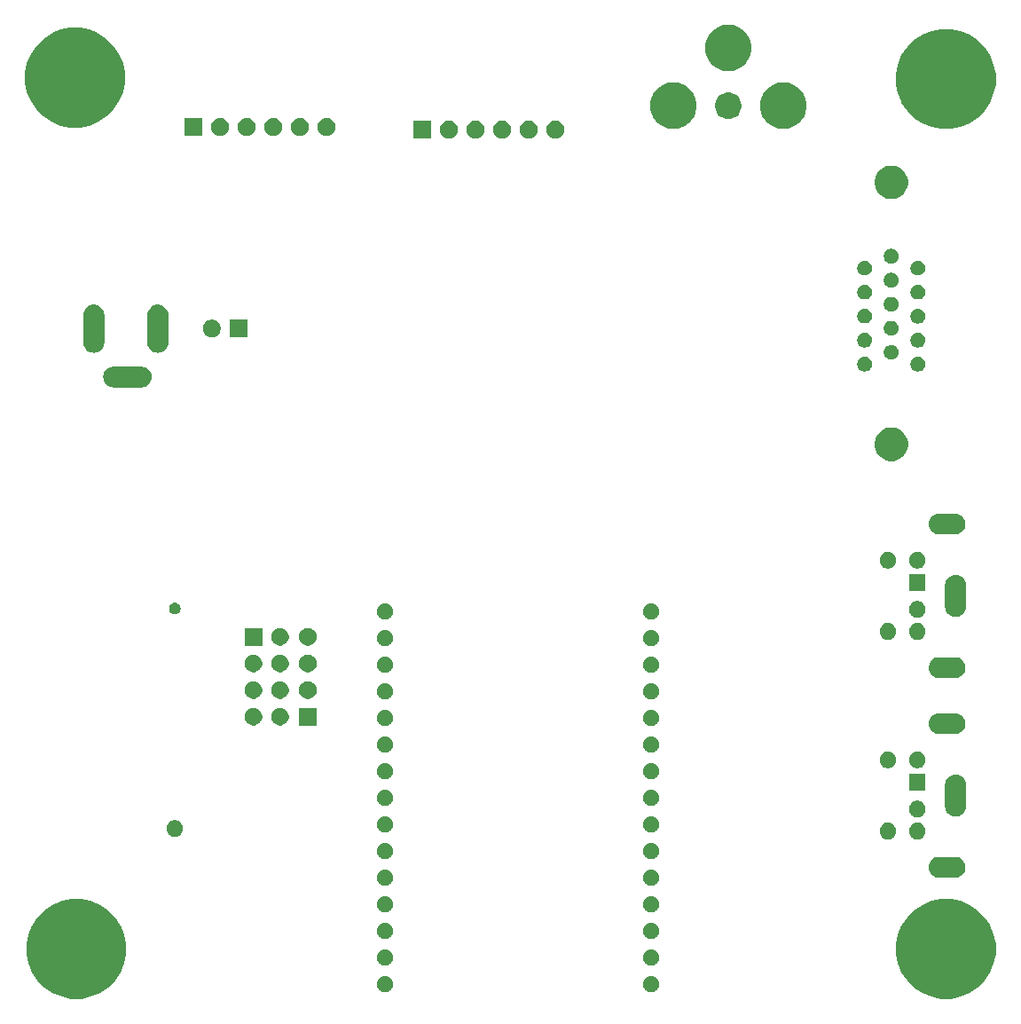
<source format=gbr>
G04 #@! TF.GenerationSoftware,KiCad,Pcbnew,(5.1.5)-3*
G04 #@! TF.CreationDate,2020-02-09T15:14:37-05:00*
G04 #@! TF.ProjectId,ESP32-VGA,45535033-322d-4564-9741-2e6b69636164,2*
G04 #@! TF.SameCoordinates,Original*
G04 #@! TF.FileFunction,Soldermask,Bot*
G04 #@! TF.FilePolarity,Negative*
%FSLAX46Y46*%
G04 Gerber Fmt 4.6, Leading zero omitted, Abs format (unit mm)*
G04 Created by KiCad (PCBNEW (5.1.5)-3) date 2020-02-09 15:14:37*
%MOMM*%
%LPD*%
G04 APERTURE LIST*
%ADD10C,0.150000*%
G04 APERTURE END LIST*
D10*
G36*
X100389169Y-94420519D02*
G01*
X101255888Y-94779526D01*
X101255890Y-94779527D01*
X102035917Y-95300724D01*
X102699276Y-95964083D01*
X103184395Y-96690116D01*
X103220474Y-96744112D01*
X103579481Y-97610831D01*
X103762500Y-98530933D01*
X103762500Y-99469067D01*
X103579481Y-100389169D01*
X103498779Y-100584000D01*
X103220473Y-101255890D01*
X102699276Y-102035917D01*
X102035917Y-102699276D01*
X101255890Y-103220473D01*
X101255889Y-103220474D01*
X101255888Y-103220474D01*
X100389169Y-103579481D01*
X99469067Y-103762500D01*
X98530933Y-103762500D01*
X97610831Y-103579481D01*
X96744112Y-103220474D01*
X96744111Y-103220474D01*
X96744110Y-103220473D01*
X95964083Y-102699276D01*
X95300724Y-102035917D01*
X94779527Y-101255890D01*
X94501221Y-100584000D01*
X94420519Y-100389169D01*
X94237500Y-99469067D01*
X94237500Y-98530933D01*
X94420519Y-97610831D01*
X94779526Y-96744112D01*
X94815605Y-96690116D01*
X95300724Y-95964083D01*
X95964083Y-95300724D01*
X96744110Y-94779527D01*
X96744112Y-94779526D01*
X97610831Y-94420519D01*
X98530933Y-94237500D01*
X99469067Y-94237500D01*
X100389169Y-94420519D01*
G37*
G36*
X17389169Y-94420519D02*
G01*
X18255888Y-94779526D01*
X18255890Y-94779527D01*
X19035917Y-95300724D01*
X19699276Y-95964083D01*
X20184395Y-96690116D01*
X20220474Y-96744112D01*
X20579481Y-97610831D01*
X20762500Y-98530933D01*
X20762500Y-99469067D01*
X20579481Y-100389169D01*
X20498779Y-100584000D01*
X20220473Y-101255890D01*
X19699276Y-102035917D01*
X19035917Y-102699276D01*
X18255890Y-103220473D01*
X18255889Y-103220474D01*
X18255888Y-103220474D01*
X17389169Y-103579481D01*
X16469067Y-103762500D01*
X15530933Y-103762500D01*
X14610831Y-103579481D01*
X13744112Y-103220474D01*
X13744111Y-103220474D01*
X13744110Y-103220473D01*
X12964083Y-102699276D01*
X12300724Y-102035917D01*
X11779527Y-101255890D01*
X11501221Y-100584000D01*
X11420519Y-100389169D01*
X11237500Y-99469067D01*
X11237500Y-98530933D01*
X11420519Y-97610831D01*
X11779526Y-96744112D01*
X11815605Y-96690116D01*
X12300724Y-95964083D01*
X12964083Y-95300724D01*
X13744110Y-94779527D01*
X13744112Y-94779526D01*
X14610831Y-94420519D01*
X15530933Y-94237500D01*
X16469067Y-94237500D01*
X17389169Y-94420519D01*
G37*
G36*
X71039195Y-101619522D02*
G01*
X71088267Y-101629283D01*
X71226942Y-101686724D01*
X71351747Y-101770116D01*
X71457884Y-101876253D01*
X71541276Y-102001058D01*
X71598717Y-102139733D01*
X71628000Y-102286950D01*
X71628000Y-102437050D01*
X71598717Y-102584267D01*
X71541276Y-102722942D01*
X71457884Y-102847747D01*
X71351747Y-102953884D01*
X71226942Y-103037276D01*
X71088267Y-103094717D01*
X71039195Y-103104478D01*
X70941052Y-103124000D01*
X70790948Y-103124000D01*
X70692805Y-103104478D01*
X70643733Y-103094717D01*
X70505058Y-103037276D01*
X70380253Y-102953884D01*
X70274116Y-102847747D01*
X70190724Y-102722942D01*
X70133283Y-102584267D01*
X70104000Y-102437050D01*
X70104000Y-102286950D01*
X70133283Y-102139733D01*
X70190724Y-102001058D01*
X70274116Y-101876253D01*
X70380253Y-101770116D01*
X70505058Y-101686724D01*
X70643733Y-101629283D01*
X70692805Y-101619522D01*
X70790948Y-101600000D01*
X70941052Y-101600000D01*
X71039195Y-101619522D01*
G37*
G36*
X45639195Y-101619522D02*
G01*
X45688267Y-101629283D01*
X45826942Y-101686724D01*
X45951747Y-101770116D01*
X46057884Y-101876253D01*
X46141276Y-102001058D01*
X46198717Y-102139733D01*
X46228000Y-102286950D01*
X46228000Y-102437050D01*
X46198717Y-102584267D01*
X46141276Y-102722942D01*
X46057884Y-102847747D01*
X45951747Y-102953884D01*
X45826942Y-103037276D01*
X45688267Y-103094717D01*
X45639195Y-103104478D01*
X45541052Y-103124000D01*
X45390948Y-103124000D01*
X45292805Y-103104478D01*
X45243733Y-103094717D01*
X45105058Y-103037276D01*
X44980253Y-102953884D01*
X44874116Y-102847747D01*
X44790724Y-102722942D01*
X44733283Y-102584267D01*
X44704000Y-102437050D01*
X44704000Y-102286950D01*
X44733283Y-102139733D01*
X44790724Y-102001058D01*
X44874116Y-101876253D01*
X44980253Y-101770116D01*
X45105058Y-101686724D01*
X45243733Y-101629283D01*
X45292805Y-101619522D01*
X45390948Y-101600000D01*
X45541052Y-101600000D01*
X45639195Y-101619522D01*
G37*
G36*
X71039195Y-99079522D02*
G01*
X71088267Y-99089283D01*
X71226942Y-99146724D01*
X71351747Y-99230116D01*
X71457884Y-99336253D01*
X71541276Y-99461058D01*
X71598717Y-99599733D01*
X71628000Y-99746950D01*
X71628000Y-99897050D01*
X71598717Y-100044267D01*
X71541276Y-100182942D01*
X71457884Y-100307747D01*
X71351747Y-100413884D01*
X71226942Y-100497276D01*
X71088267Y-100554717D01*
X71039195Y-100564478D01*
X70941052Y-100584000D01*
X70790948Y-100584000D01*
X70692805Y-100564478D01*
X70643733Y-100554717D01*
X70505058Y-100497276D01*
X70380253Y-100413884D01*
X70274116Y-100307747D01*
X70190724Y-100182942D01*
X70133283Y-100044267D01*
X70104000Y-99897050D01*
X70104000Y-99746950D01*
X70133283Y-99599733D01*
X70190724Y-99461058D01*
X70274116Y-99336253D01*
X70380253Y-99230116D01*
X70505058Y-99146724D01*
X70643733Y-99089283D01*
X70692805Y-99079522D01*
X70790948Y-99060000D01*
X70941052Y-99060000D01*
X71039195Y-99079522D01*
G37*
G36*
X45639195Y-99079522D02*
G01*
X45688267Y-99089283D01*
X45826942Y-99146724D01*
X45951747Y-99230116D01*
X46057884Y-99336253D01*
X46141276Y-99461058D01*
X46198717Y-99599733D01*
X46228000Y-99746950D01*
X46228000Y-99897050D01*
X46198717Y-100044267D01*
X46141276Y-100182942D01*
X46057884Y-100307747D01*
X45951747Y-100413884D01*
X45826942Y-100497276D01*
X45688267Y-100554717D01*
X45639195Y-100564478D01*
X45541052Y-100584000D01*
X45390948Y-100584000D01*
X45292805Y-100564478D01*
X45243733Y-100554717D01*
X45105058Y-100497276D01*
X44980253Y-100413884D01*
X44874116Y-100307747D01*
X44790724Y-100182942D01*
X44733283Y-100044267D01*
X44704000Y-99897050D01*
X44704000Y-99746950D01*
X44733283Y-99599733D01*
X44790724Y-99461058D01*
X44874116Y-99336253D01*
X44980253Y-99230116D01*
X45105058Y-99146724D01*
X45243733Y-99089283D01*
X45292805Y-99079522D01*
X45390948Y-99060000D01*
X45541052Y-99060000D01*
X45639195Y-99079522D01*
G37*
G36*
X71039195Y-96539522D02*
G01*
X71088267Y-96549283D01*
X71226942Y-96606724D01*
X71351747Y-96690116D01*
X71457884Y-96796253D01*
X71541276Y-96921058D01*
X71598717Y-97059733D01*
X71628000Y-97206950D01*
X71628000Y-97357050D01*
X71598717Y-97504267D01*
X71541276Y-97642942D01*
X71457884Y-97767747D01*
X71351747Y-97873884D01*
X71226942Y-97957276D01*
X71088267Y-98014717D01*
X71039195Y-98024478D01*
X70941052Y-98044000D01*
X70790948Y-98044000D01*
X70692805Y-98024478D01*
X70643733Y-98014717D01*
X70505058Y-97957276D01*
X70380253Y-97873884D01*
X70274116Y-97767747D01*
X70190724Y-97642942D01*
X70133283Y-97504267D01*
X70104000Y-97357050D01*
X70104000Y-97206950D01*
X70133283Y-97059733D01*
X70190724Y-96921058D01*
X70274116Y-96796253D01*
X70380253Y-96690116D01*
X70505058Y-96606724D01*
X70643733Y-96549283D01*
X70692805Y-96539522D01*
X70790948Y-96520000D01*
X70941052Y-96520000D01*
X71039195Y-96539522D01*
G37*
G36*
X45639195Y-96539522D02*
G01*
X45688267Y-96549283D01*
X45826942Y-96606724D01*
X45951747Y-96690116D01*
X46057884Y-96796253D01*
X46141276Y-96921058D01*
X46198717Y-97059733D01*
X46228000Y-97206950D01*
X46228000Y-97357050D01*
X46198717Y-97504267D01*
X46141276Y-97642942D01*
X46057884Y-97767747D01*
X45951747Y-97873884D01*
X45826942Y-97957276D01*
X45688267Y-98014717D01*
X45639195Y-98024478D01*
X45541052Y-98044000D01*
X45390948Y-98044000D01*
X45292805Y-98024478D01*
X45243733Y-98014717D01*
X45105058Y-97957276D01*
X44980253Y-97873884D01*
X44874116Y-97767747D01*
X44790724Y-97642942D01*
X44733283Y-97504267D01*
X44704000Y-97357050D01*
X44704000Y-97206950D01*
X44733283Y-97059733D01*
X44790724Y-96921058D01*
X44874116Y-96796253D01*
X44980253Y-96690116D01*
X45105058Y-96606724D01*
X45243733Y-96549283D01*
X45292805Y-96539522D01*
X45390948Y-96520000D01*
X45541052Y-96520000D01*
X45639195Y-96539522D01*
G37*
G36*
X45639195Y-93999522D02*
G01*
X45688267Y-94009283D01*
X45826942Y-94066724D01*
X45951747Y-94150116D01*
X46057884Y-94256253D01*
X46141276Y-94381058D01*
X46198717Y-94519733D01*
X46228000Y-94666950D01*
X46228000Y-94817050D01*
X46198717Y-94964267D01*
X46141276Y-95102942D01*
X46057884Y-95227747D01*
X45951747Y-95333884D01*
X45826942Y-95417276D01*
X45688267Y-95474717D01*
X45639195Y-95484478D01*
X45541052Y-95504000D01*
X45390948Y-95504000D01*
X45292805Y-95484478D01*
X45243733Y-95474717D01*
X45105058Y-95417276D01*
X44980253Y-95333884D01*
X44874116Y-95227747D01*
X44790724Y-95102942D01*
X44733283Y-94964267D01*
X44704000Y-94817050D01*
X44704000Y-94666950D01*
X44733283Y-94519733D01*
X44790724Y-94381058D01*
X44874116Y-94256253D01*
X44980253Y-94150116D01*
X45105058Y-94066724D01*
X45243733Y-94009283D01*
X45292805Y-93999522D01*
X45390948Y-93980000D01*
X45541052Y-93980000D01*
X45639195Y-93999522D01*
G37*
G36*
X71039195Y-93999522D02*
G01*
X71088267Y-94009283D01*
X71226942Y-94066724D01*
X71351747Y-94150116D01*
X71457884Y-94256253D01*
X71541276Y-94381058D01*
X71598717Y-94519733D01*
X71628000Y-94666950D01*
X71628000Y-94817050D01*
X71598717Y-94964267D01*
X71541276Y-95102942D01*
X71457884Y-95227747D01*
X71351747Y-95333884D01*
X71226942Y-95417276D01*
X71088267Y-95474717D01*
X71039195Y-95484478D01*
X70941052Y-95504000D01*
X70790948Y-95504000D01*
X70692805Y-95484478D01*
X70643733Y-95474717D01*
X70505058Y-95417276D01*
X70380253Y-95333884D01*
X70274116Y-95227747D01*
X70190724Y-95102942D01*
X70133283Y-94964267D01*
X70104000Y-94817050D01*
X70104000Y-94666950D01*
X70133283Y-94519733D01*
X70190724Y-94381058D01*
X70274116Y-94256253D01*
X70380253Y-94150116D01*
X70505058Y-94066724D01*
X70643733Y-94009283D01*
X70692805Y-93999522D01*
X70790948Y-93980000D01*
X70941052Y-93980000D01*
X71039195Y-93999522D01*
G37*
G36*
X45639195Y-91459522D02*
G01*
X45688267Y-91469283D01*
X45826942Y-91526724D01*
X45951747Y-91610116D01*
X46057884Y-91716253D01*
X46141276Y-91841058D01*
X46198717Y-91979733D01*
X46228000Y-92126950D01*
X46228000Y-92277050D01*
X46198717Y-92424267D01*
X46141276Y-92562942D01*
X46057884Y-92687747D01*
X45951747Y-92793884D01*
X45826942Y-92877276D01*
X45688267Y-92934717D01*
X45639195Y-92944478D01*
X45541052Y-92964000D01*
X45390948Y-92964000D01*
X45292805Y-92944478D01*
X45243733Y-92934717D01*
X45105058Y-92877276D01*
X44980253Y-92793884D01*
X44874116Y-92687747D01*
X44790724Y-92562942D01*
X44733283Y-92424267D01*
X44704000Y-92277050D01*
X44704000Y-92126950D01*
X44733283Y-91979733D01*
X44790724Y-91841058D01*
X44874116Y-91716253D01*
X44980253Y-91610116D01*
X45105058Y-91526724D01*
X45243733Y-91469283D01*
X45292805Y-91459522D01*
X45390948Y-91440000D01*
X45541052Y-91440000D01*
X45639195Y-91459522D01*
G37*
G36*
X71039195Y-91459522D02*
G01*
X71088267Y-91469283D01*
X71226942Y-91526724D01*
X71351747Y-91610116D01*
X71457884Y-91716253D01*
X71541276Y-91841058D01*
X71598717Y-91979733D01*
X71628000Y-92126950D01*
X71628000Y-92277050D01*
X71598717Y-92424267D01*
X71541276Y-92562942D01*
X71457884Y-92687747D01*
X71351747Y-92793884D01*
X71226942Y-92877276D01*
X71088267Y-92934717D01*
X71039195Y-92944478D01*
X70941052Y-92964000D01*
X70790948Y-92964000D01*
X70692805Y-92944478D01*
X70643733Y-92934717D01*
X70505058Y-92877276D01*
X70380253Y-92793884D01*
X70274116Y-92687747D01*
X70190724Y-92562942D01*
X70133283Y-92424267D01*
X70104000Y-92277050D01*
X70104000Y-92126950D01*
X70133283Y-91979733D01*
X70190724Y-91841058D01*
X70274116Y-91716253D01*
X70380253Y-91610116D01*
X70505058Y-91526724D01*
X70643733Y-91469283D01*
X70692805Y-91459522D01*
X70790948Y-91440000D01*
X70941052Y-91440000D01*
X71039195Y-91459522D01*
G37*
G36*
X100062032Y-90222469D02*
G01*
X100156284Y-90251060D01*
X100250535Y-90279651D01*
X100250537Y-90279652D01*
X100424258Y-90372507D01*
X100576528Y-90497472D01*
X100701493Y-90649742D01*
X100794348Y-90823463D01*
X100851531Y-91011968D01*
X100870838Y-91208000D01*
X100851531Y-91404032D01*
X100794348Y-91592537D01*
X100701493Y-91766258D01*
X100576528Y-91918528D01*
X100424258Y-92043493D01*
X100250537Y-92136348D01*
X100250535Y-92136349D01*
X100156285Y-92164939D01*
X100062032Y-92193531D01*
X99915124Y-92208000D01*
X98316876Y-92208000D01*
X98169968Y-92193531D01*
X98075715Y-92164939D01*
X97981465Y-92136349D01*
X97981463Y-92136348D01*
X97807742Y-92043493D01*
X97655472Y-91918528D01*
X97530507Y-91766258D01*
X97437652Y-91592537D01*
X97380469Y-91404032D01*
X97361162Y-91208000D01*
X97380469Y-91011968D01*
X97437652Y-90823463D01*
X97530507Y-90649742D01*
X97655472Y-90497472D01*
X97807742Y-90372507D01*
X97981463Y-90279652D01*
X97981465Y-90279651D01*
X98075716Y-90251060D01*
X98169968Y-90222469D01*
X98316876Y-90208000D01*
X99915124Y-90208000D01*
X100062032Y-90222469D01*
G37*
G36*
X71039195Y-88919522D02*
G01*
X71088267Y-88929283D01*
X71226942Y-88986724D01*
X71351747Y-89070116D01*
X71457884Y-89176253D01*
X71541276Y-89301058D01*
X71598717Y-89439733D01*
X71628000Y-89586950D01*
X71628000Y-89737050D01*
X71598717Y-89884267D01*
X71541276Y-90022942D01*
X71457884Y-90147747D01*
X71351747Y-90253884D01*
X71226942Y-90337276D01*
X71088267Y-90394717D01*
X71039195Y-90404478D01*
X70941052Y-90424000D01*
X70790948Y-90424000D01*
X70692805Y-90404478D01*
X70643733Y-90394717D01*
X70505058Y-90337276D01*
X70380253Y-90253884D01*
X70274116Y-90147747D01*
X70190724Y-90022942D01*
X70133283Y-89884267D01*
X70104000Y-89737050D01*
X70104000Y-89586950D01*
X70133283Y-89439733D01*
X70190724Y-89301058D01*
X70274116Y-89176253D01*
X70380253Y-89070116D01*
X70505058Y-88986724D01*
X70643733Y-88929283D01*
X70692805Y-88919522D01*
X70790948Y-88900000D01*
X70941052Y-88900000D01*
X71039195Y-88919522D01*
G37*
G36*
X45639195Y-88919522D02*
G01*
X45688267Y-88929283D01*
X45826942Y-88986724D01*
X45951747Y-89070116D01*
X46057884Y-89176253D01*
X46141276Y-89301058D01*
X46198717Y-89439733D01*
X46228000Y-89586950D01*
X46228000Y-89737050D01*
X46198717Y-89884267D01*
X46141276Y-90022942D01*
X46057884Y-90147747D01*
X45951747Y-90253884D01*
X45826942Y-90337276D01*
X45688267Y-90394717D01*
X45639195Y-90404478D01*
X45541052Y-90424000D01*
X45390948Y-90424000D01*
X45292805Y-90404478D01*
X45243733Y-90394717D01*
X45105058Y-90337276D01*
X44980253Y-90253884D01*
X44874116Y-90147747D01*
X44790724Y-90022942D01*
X44733283Y-89884267D01*
X44704000Y-89737050D01*
X44704000Y-89586950D01*
X44733283Y-89439733D01*
X44790724Y-89301058D01*
X44874116Y-89176253D01*
X44980253Y-89070116D01*
X45105058Y-88986724D01*
X45243733Y-88929283D01*
X45292805Y-88919522D01*
X45390948Y-88900000D01*
X45541052Y-88900000D01*
X45639195Y-88919522D01*
G37*
G36*
X96499351Y-86988743D02*
G01*
X96644941Y-87049048D01*
X96775970Y-87136599D01*
X96887401Y-87248030D01*
X96974952Y-87379059D01*
X97035257Y-87524649D01*
X97066000Y-87679206D01*
X97066000Y-87836794D01*
X97035257Y-87991351D01*
X96974952Y-88136941D01*
X96887401Y-88267970D01*
X96775970Y-88379401D01*
X96644941Y-88466952D01*
X96499351Y-88527257D01*
X96344794Y-88558000D01*
X96187206Y-88558000D01*
X96032649Y-88527257D01*
X95887059Y-88466952D01*
X95756030Y-88379401D01*
X95644599Y-88267970D01*
X95557048Y-88136941D01*
X95496743Y-87991351D01*
X95466000Y-87836794D01*
X95466000Y-87679206D01*
X95496743Y-87524649D01*
X95557048Y-87379059D01*
X95644599Y-87248030D01*
X95756030Y-87136599D01*
X95887059Y-87049048D01*
X96032649Y-86988743D01*
X96187206Y-86958000D01*
X96344794Y-86958000D01*
X96499351Y-86988743D01*
G37*
G36*
X93699351Y-86988743D02*
G01*
X93844941Y-87049048D01*
X93975970Y-87136599D01*
X94087401Y-87248030D01*
X94174952Y-87379059D01*
X94235257Y-87524649D01*
X94266000Y-87679206D01*
X94266000Y-87836794D01*
X94235257Y-87991351D01*
X94174952Y-88136941D01*
X94087401Y-88267970D01*
X93975970Y-88379401D01*
X93844941Y-88466952D01*
X93699351Y-88527257D01*
X93544794Y-88558000D01*
X93387206Y-88558000D01*
X93232649Y-88527257D01*
X93087059Y-88466952D01*
X92956030Y-88379401D01*
X92844599Y-88267970D01*
X92757048Y-88136941D01*
X92696743Y-87991351D01*
X92666000Y-87836794D01*
X92666000Y-87679206D01*
X92696743Y-87524649D01*
X92757048Y-87379059D01*
X92844599Y-87248030D01*
X92956030Y-87136599D01*
X93087059Y-87049048D01*
X93232649Y-86988743D01*
X93387206Y-86958000D01*
X93544794Y-86958000D01*
X93699351Y-86988743D01*
G37*
G36*
X25633351Y-86740743D02*
G01*
X25778941Y-86801048D01*
X25909970Y-86888599D01*
X26021401Y-87000030D01*
X26108952Y-87131059D01*
X26169257Y-87276649D01*
X26200000Y-87431206D01*
X26200000Y-87588794D01*
X26169257Y-87743351D01*
X26108952Y-87888941D01*
X26021401Y-88019970D01*
X25909970Y-88131401D01*
X25778941Y-88218952D01*
X25633351Y-88279257D01*
X25478794Y-88310000D01*
X25321206Y-88310000D01*
X25166649Y-88279257D01*
X25021059Y-88218952D01*
X24890030Y-88131401D01*
X24778599Y-88019970D01*
X24691048Y-87888941D01*
X24630743Y-87743351D01*
X24600000Y-87588794D01*
X24600000Y-87431206D01*
X24630743Y-87276649D01*
X24691048Y-87131059D01*
X24778599Y-87000030D01*
X24890030Y-86888599D01*
X25021059Y-86801048D01*
X25166649Y-86740743D01*
X25321206Y-86710000D01*
X25478794Y-86710000D01*
X25633351Y-86740743D01*
G37*
G36*
X71039195Y-86379522D02*
G01*
X71088267Y-86389283D01*
X71226942Y-86446724D01*
X71351747Y-86530116D01*
X71457884Y-86636253D01*
X71541276Y-86761058D01*
X71598717Y-86899733D01*
X71628000Y-87046950D01*
X71628000Y-87197050D01*
X71598717Y-87344267D01*
X71541276Y-87482942D01*
X71457884Y-87607747D01*
X71351747Y-87713884D01*
X71226942Y-87797276D01*
X71088267Y-87854717D01*
X71039195Y-87864478D01*
X70941052Y-87884000D01*
X70790948Y-87884000D01*
X70692805Y-87864478D01*
X70643733Y-87854717D01*
X70505058Y-87797276D01*
X70380253Y-87713884D01*
X70274116Y-87607747D01*
X70190724Y-87482942D01*
X70133283Y-87344267D01*
X70104000Y-87197050D01*
X70104000Y-87046950D01*
X70133283Y-86899733D01*
X70190724Y-86761058D01*
X70274116Y-86636253D01*
X70380253Y-86530116D01*
X70505058Y-86446724D01*
X70643733Y-86389283D01*
X70692805Y-86379522D01*
X70790948Y-86360000D01*
X70941052Y-86360000D01*
X71039195Y-86379522D01*
G37*
G36*
X45639195Y-86379522D02*
G01*
X45688267Y-86389283D01*
X45826942Y-86446724D01*
X45951747Y-86530116D01*
X46057884Y-86636253D01*
X46141276Y-86761058D01*
X46198717Y-86899733D01*
X46228000Y-87046950D01*
X46228000Y-87197050D01*
X46198717Y-87344267D01*
X46141276Y-87482942D01*
X46057884Y-87607747D01*
X45951747Y-87713884D01*
X45826942Y-87797276D01*
X45688267Y-87854717D01*
X45639195Y-87864478D01*
X45541052Y-87884000D01*
X45390948Y-87884000D01*
X45292805Y-87864478D01*
X45243733Y-87854717D01*
X45105058Y-87797276D01*
X44980253Y-87713884D01*
X44874116Y-87607747D01*
X44790724Y-87482942D01*
X44733283Y-87344267D01*
X44704000Y-87197050D01*
X44704000Y-87046950D01*
X44733283Y-86899733D01*
X44790724Y-86761058D01*
X44874116Y-86636253D01*
X44980253Y-86530116D01*
X45105058Y-86446724D01*
X45243733Y-86389283D01*
X45292805Y-86379522D01*
X45390948Y-86360000D01*
X45541052Y-86360000D01*
X45639195Y-86379522D01*
G37*
G36*
X96499351Y-84888743D02*
G01*
X96644941Y-84949048D01*
X96775970Y-85036599D01*
X96887401Y-85148030D01*
X96974952Y-85279059D01*
X97035257Y-85424649D01*
X97066000Y-85579206D01*
X97066000Y-85736794D01*
X97035257Y-85891351D01*
X96974952Y-86036941D01*
X96887401Y-86167970D01*
X96775970Y-86279401D01*
X96644941Y-86366952D01*
X96499351Y-86427257D01*
X96344794Y-86458000D01*
X96187206Y-86458000D01*
X96032649Y-86427257D01*
X95887059Y-86366952D01*
X95756030Y-86279401D01*
X95644599Y-86167970D01*
X95557048Y-86036941D01*
X95496743Y-85891351D01*
X95466000Y-85736794D01*
X95466000Y-85579206D01*
X95496743Y-85424649D01*
X95557048Y-85279059D01*
X95644599Y-85148030D01*
X95756030Y-85036599D01*
X95887059Y-84949048D01*
X96032649Y-84888743D01*
X96187206Y-84858000D01*
X96344794Y-84858000D01*
X96499351Y-84888743D01*
G37*
G36*
X100112031Y-82372469D02*
G01*
X100206284Y-82401061D01*
X100300534Y-82429651D01*
X100300536Y-82429652D01*
X100474258Y-82522507D01*
X100626528Y-82647472D01*
X100751493Y-82799742D01*
X100844348Y-82973463D01*
X100901531Y-83161968D01*
X100916000Y-83308876D01*
X100916000Y-85407124D01*
X100901531Y-85554032D01*
X100901530Y-85554034D01*
X100846091Y-85736794D01*
X100844348Y-85742537D01*
X100751493Y-85916258D01*
X100626528Y-86068528D01*
X100474258Y-86193493D01*
X100313534Y-86279401D01*
X100300535Y-86286349D01*
X100206284Y-86314940D01*
X100112032Y-86343531D01*
X99916000Y-86362838D01*
X99719969Y-86343531D01*
X99625717Y-86314940D01*
X99531466Y-86286349D01*
X99518467Y-86279401D01*
X99357743Y-86193493D01*
X99205473Y-86068528D01*
X99080508Y-85916258D01*
X98987653Y-85742537D01*
X98985911Y-85736794D01*
X98930471Y-85554034D01*
X98930470Y-85554032D01*
X98916001Y-85407124D01*
X98916000Y-83308877D01*
X98930469Y-83161969D01*
X98987652Y-82973464D01*
X99080507Y-82799742D01*
X99205472Y-82647472D01*
X99357742Y-82522507D01*
X99531463Y-82429652D01*
X99531465Y-82429651D01*
X99625715Y-82401061D01*
X99719968Y-82372469D01*
X99916000Y-82353162D01*
X100112031Y-82372469D01*
G37*
G36*
X71039195Y-83839522D02*
G01*
X71088267Y-83849283D01*
X71226942Y-83906724D01*
X71351747Y-83990116D01*
X71457884Y-84096253D01*
X71541276Y-84221058D01*
X71598717Y-84359733D01*
X71628000Y-84506950D01*
X71628000Y-84657050D01*
X71598717Y-84804267D01*
X71541276Y-84942942D01*
X71457884Y-85067747D01*
X71351747Y-85173884D01*
X71226942Y-85257276D01*
X71088267Y-85314717D01*
X71039195Y-85324478D01*
X70941052Y-85344000D01*
X70790948Y-85344000D01*
X70692805Y-85324478D01*
X70643733Y-85314717D01*
X70505058Y-85257276D01*
X70380253Y-85173884D01*
X70274116Y-85067747D01*
X70190724Y-84942942D01*
X70133283Y-84804267D01*
X70104000Y-84657050D01*
X70104000Y-84506950D01*
X70133283Y-84359733D01*
X70190724Y-84221058D01*
X70274116Y-84096253D01*
X70380253Y-83990116D01*
X70505058Y-83906724D01*
X70643733Y-83849283D01*
X70692805Y-83839522D01*
X70790948Y-83820000D01*
X70941052Y-83820000D01*
X71039195Y-83839522D01*
G37*
G36*
X45639195Y-83839522D02*
G01*
X45688267Y-83849283D01*
X45826942Y-83906724D01*
X45951747Y-83990116D01*
X46057884Y-84096253D01*
X46141276Y-84221058D01*
X46198717Y-84359733D01*
X46228000Y-84506950D01*
X46228000Y-84657050D01*
X46198717Y-84804267D01*
X46141276Y-84942942D01*
X46057884Y-85067747D01*
X45951747Y-85173884D01*
X45826942Y-85257276D01*
X45688267Y-85314717D01*
X45639195Y-85324478D01*
X45541052Y-85344000D01*
X45390948Y-85344000D01*
X45292805Y-85324478D01*
X45243733Y-85314717D01*
X45105058Y-85257276D01*
X44980253Y-85173884D01*
X44874116Y-85067747D01*
X44790724Y-84942942D01*
X44733283Y-84804267D01*
X44704000Y-84657050D01*
X44704000Y-84506950D01*
X44733283Y-84359733D01*
X44790724Y-84221058D01*
X44874116Y-84096253D01*
X44980253Y-83990116D01*
X45105058Y-83906724D01*
X45243733Y-83849283D01*
X45292805Y-83839522D01*
X45390948Y-83820000D01*
X45541052Y-83820000D01*
X45639195Y-83839522D01*
G37*
G36*
X97066000Y-83858000D02*
G01*
X95466000Y-83858000D01*
X95466000Y-82258000D01*
X97066000Y-82258000D01*
X97066000Y-83858000D01*
G37*
G36*
X71039195Y-81299522D02*
G01*
X71088267Y-81309283D01*
X71226942Y-81366724D01*
X71351747Y-81450116D01*
X71457884Y-81556253D01*
X71541276Y-81681058D01*
X71598717Y-81819733D01*
X71628000Y-81966950D01*
X71628000Y-82117050D01*
X71598717Y-82264267D01*
X71541276Y-82402942D01*
X71457884Y-82527747D01*
X71351747Y-82633884D01*
X71226942Y-82717276D01*
X71088267Y-82774717D01*
X71039195Y-82784478D01*
X70941052Y-82804000D01*
X70790948Y-82804000D01*
X70692805Y-82784478D01*
X70643733Y-82774717D01*
X70505058Y-82717276D01*
X70380253Y-82633884D01*
X70274116Y-82527747D01*
X70190724Y-82402942D01*
X70133283Y-82264267D01*
X70104000Y-82117050D01*
X70104000Y-81966950D01*
X70133283Y-81819733D01*
X70190724Y-81681058D01*
X70274116Y-81556253D01*
X70380253Y-81450116D01*
X70505058Y-81366724D01*
X70643733Y-81309283D01*
X70692805Y-81299522D01*
X70790948Y-81280000D01*
X70941052Y-81280000D01*
X71039195Y-81299522D01*
G37*
G36*
X45639195Y-81299522D02*
G01*
X45688267Y-81309283D01*
X45826942Y-81366724D01*
X45951747Y-81450116D01*
X46057884Y-81556253D01*
X46141276Y-81681058D01*
X46198717Y-81819733D01*
X46228000Y-81966950D01*
X46228000Y-82117050D01*
X46198717Y-82264267D01*
X46141276Y-82402942D01*
X46057884Y-82527747D01*
X45951747Y-82633884D01*
X45826942Y-82717276D01*
X45688267Y-82774717D01*
X45639195Y-82784478D01*
X45541052Y-82804000D01*
X45390948Y-82804000D01*
X45292805Y-82784478D01*
X45243733Y-82774717D01*
X45105058Y-82717276D01*
X44980253Y-82633884D01*
X44874116Y-82527747D01*
X44790724Y-82402942D01*
X44733283Y-82264267D01*
X44704000Y-82117050D01*
X44704000Y-81966950D01*
X44733283Y-81819733D01*
X44790724Y-81681058D01*
X44874116Y-81556253D01*
X44980253Y-81450116D01*
X45105058Y-81366724D01*
X45243733Y-81309283D01*
X45292805Y-81299522D01*
X45390948Y-81280000D01*
X45541052Y-81280000D01*
X45639195Y-81299522D01*
G37*
G36*
X96499351Y-80188743D02*
G01*
X96644941Y-80249048D01*
X96775970Y-80336599D01*
X96887401Y-80448030D01*
X96974952Y-80579059D01*
X97035257Y-80724649D01*
X97066000Y-80879206D01*
X97066000Y-81036794D01*
X97035257Y-81191351D01*
X96974952Y-81336941D01*
X96887401Y-81467970D01*
X96775970Y-81579401D01*
X96644941Y-81666952D01*
X96499351Y-81727257D01*
X96344794Y-81758000D01*
X96187206Y-81758000D01*
X96032649Y-81727257D01*
X95887059Y-81666952D01*
X95756030Y-81579401D01*
X95644599Y-81467970D01*
X95557048Y-81336941D01*
X95496743Y-81191351D01*
X95466000Y-81036794D01*
X95466000Y-80879206D01*
X95496743Y-80724649D01*
X95557048Y-80579059D01*
X95644599Y-80448030D01*
X95756030Y-80336599D01*
X95887059Y-80249048D01*
X96032649Y-80188743D01*
X96187206Y-80158000D01*
X96344794Y-80158000D01*
X96499351Y-80188743D01*
G37*
G36*
X93699351Y-80188743D02*
G01*
X93844941Y-80249048D01*
X93975970Y-80336599D01*
X94087401Y-80448030D01*
X94174952Y-80579059D01*
X94235257Y-80724649D01*
X94266000Y-80879206D01*
X94266000Y-81036794D01*
X94235257Y-81191351D01*
X94174952Y-81336941D01*
X94087401Y-81467970D01*
X93975970Y-81579401D01*
X93844941Y-81666952D01*
X93699351Y-81727257D01*
X93544794Y-81758000D01*
X93387206Y-81758000D01*
X93232649Y-81727257D01*
X93087059Y-81666952D01*
X92956030Y-81579401D01*
X92844599Y-81467970D01*
X92757048Y-81336941D01*
X92696743Y-81191351D01*
X92666000Y-81036794D01*
X92666000Y-80879206D01*
X92696743Y-80724649D01*
X92757048Y-80579059D01*
X92844599Y-80448030D01*
X92956030Y-80336599D01*
X93087059Y-80249048D01*
X93232649Y-80188743D01*
X93387206Y-80158000D01*
X93544794Y-80158000D01*
X93699351Y-80188743D01*
G37*
G36*
X45639195Y-78759522D02*
G01*
X45688267Y-78769283D01*
X45826942Y-78826724D01*
X45951747Y-78910116D01*
X46057884Y-79016253D01*
X46141276Y-79141058D01*
X46198717Y-79279733D01*
X46228000Y-79426950D01*
X46228000Y-79577050D01*
X46198717Y-79724267D01*
X46141276Y-79862942D01*
X46057884Y-79987747D01*
X45951747Y-80093884D01*
X45826942Y-80177276D01*
X45688267Y-80234717D01*
X45639195Y-80244478D01*
X45541052Y-80264000D01*
X45390948Y-80264000D01*
X45292805Y-80244478D01*
X45243733Y-80234717D01*
X45105058Y-80177276D01*
X44980253Y-80093884D01*
X44874116Y-79987747D01*
X44790724Y-79862942D01*
X44733283Y-79724267D01*
X44704000Y-79577050D01*
X44704000Y-79426950D01*
X44733283Y-79279733D01*
X44790724Y-79141058D01*
X44874116Y-79016253D01*
X44980253Y-78910116D01*
X45105058Y-78826724D01*
X45243733Y-78769283D01*
X45292805Y-78759522D01*
X45390948Y-78740000D01*
X45541052Y-78740000D01*
X45639195Y-78759522D01*
G37*
G36*
X71039195Y-78759522D02*
G01*
X71088267Y-78769283D01*
X71226942Y-78826724D01*
X71351747Y-78910116D01*
X71457884Y-79016253D01*
X71541276Y-79141058D01*
X71598717Y-79279733D01*
X71628000Y-79426950D01*
X71628000Y-79577050D01*
X71598717Y-79724267D01*
X71541276Y-79862942D01*
X71457884Y-79987747D01*
X71351747Y-80093884D01*
X71226942Y-80177276D01*
X71088267Y-80234717D01*
X71039195Y-80244478D01*
X70941052Y-80264000D01*
X70790948Y-80264000D01*
X70692805Y-80244478D01*
X70643733Y-80234717D01*
X70505058Y-80177276D01*
X70380253Y-80093884D01*
X70274116Y-79987747D01*
X70190724Y-79862942D01*
X70133283Y-79724267D01*
X70104000Y-79577050D01*
X70104000Y-79426950D01*
X70133283Y-79279733D01*
X70190724Y-79141058D01*
X70274116Y-79016253D01*
X70380253Y-78910116D01*
X70505058Y-78826724D01*
X70643733Y-78769283D01*
X70692805Y-78759522D01*
X70790948Y-78740000D01*
X70941052Y-78740000D01*
X71039195Y-78759522D01*
G37*
G36*
X100062032Y-76522469D02*
G01*
X100156285Y-76551061D01*
X100250535Y-76579651D01*
X100250537Y-76579652D01*
X100424258Y-76672507D01*
X100576528Y-76797472D01*
X100701493Y-76949742D01*
X100794348Y-77123463D01*
X100851531Y-77311968D01*
X100870838Y-77508000D01*
X100851531Y-77704032D01*
X100794348Y-77892537D01*
X100701493Y-78066258D01*
X100576528Y-78218528D01*
X100424258Y-78343493D01*
X100250537Y-78436348D01*
X100250535Y-78436349D01*
X100156284Y-78464940D01*
X100062032Y-78493531D01*
X99915124Y-78508000D01*
X98316876Y-78508000D01*
X98169968Y-78493531D01*
X98075716Y-78464940D01*
X97981465Y-78436349D01*
X97981463Y-78436348D01*
X97807742Y-78343493D01*
X97655472Y-78218528D01*
X97530507Y-78066258D01*
X97437652Y-77892537D01*
X97380469Y-77704032D01*
X97361162Y-77508000D01*
X97380469Y-77311968D01*
X97437652Y-77123463D01*
X97530507Y-76949742D01*
X97655472Y-76797472D01*
X97807742Y-76672507D01*
X97981463Y-76579652D01*
X97981465Y-76579651D01*
X98075715Y-76551061D01*
X98169968Y-76522469D01*
X98316876Y-76508000D01*
X99915124Y-76508000D01*
X100062032Y-76522469D01*
G37*
G36*
X71039195Y-76219522D02*
G01*
X71088267Y-76229283D01*
X71226942Y-76286724D01*
X71351747Y-76370116D01*
X71457884Y-76476253D01*
X71541276Y-76601058D01*
X71598717Y-76739733D01*
X71628000Y-76886950D01*
X71628000Y-77037050D01*
X71598717Y-77184267D01*
X71541276Y-77322942D01*
X71457884Y-77447747D01*
X71351747Y-77553884D01*
X71226942Y-77637276D01*
X71088267Y-77694717D01*
X71041437Y-77704032D01*
X70941052Y-77724000D01*
X70790948Y-77724000D01*
X70690563Y-77704032D01*
X70643733Y-77694717D01*
X70505058Y-77637276D01*
X70380253Y-77553884D01*
X70274116Y-77447747D01*
X70190724Y-77322942D01*
X70133283Y-77184267D01*
X70104000Y-77037050D01*
X70104000Y-76886950D01*
X70133283Y-76739733D01*
X70190724Y-76601058D01*
X70274116Y-76476253D01*
X70380253Y-76370116D01*
X70505058Y-76286724D01*
X70643733Y-76229283D01*
X70692805Y-76219522D01*
X70790948Y-76200000D01*
X70941052Y-76200000D01*
X71039195Y-76219522D01*
G37*
G36*
X45639195Y-76219522D02*
G01*
X45688267Y-76229283D01*
X45826942Y-76286724D01*
X45951747Y-76370116D01*
X46057884Y-76476253D01*
X46141276Y-76601058D01*
X46198717Y-76739733D01*
X46228000Y-76886950D01*
X46228000Y-77037050D01*
X46198717Y-77184267D01*
X46141276Y-77322942D01*
X46057884Y-77447747D01*
X45951747Y-77553884D01*
X45826942Y-77637276D01*
X45688267Y-77694717D01*
X45641437Y-77704032D01*
X45541052Y-77724000D01*
X45390948Y-77724000D01*
X45290563Y-77704032D01*
X45243733Y-77694717D01*
X45105058Y-77637276D01*
X44980253Y-77553884D01*
X44874116Y-77447747D01*
X44790724Y-77322942D01*
X44733283Y-77184267D01*
X44704000Y-77037050D01*
X44704000Y-76886950D01*
X44733283Y-76739733D01*
X44790724Y-76601058D01*
X44874116Y-76476253D01*
X44980253Y-76370116D01*
X45105058Y-76286724D01*
X45243733Y-76229283D01*
X45292805Y-76219522D01*
X45390948Y-76200000D01*
X45541052Y-76200000D01*
X45639195Y-76219522D01*
G37*
G36*
X38950000Y-77685000D02*
G01*
X37250000Y-77685000D01*
X37250000Y-75985000D01*
X38950000Y-75985000D01*
X38950000Y-77685000D01*
G37*
G36*
X35680935Y-76017664D02*
G01*
X35835624Y-76081739D01*
X35835626Y-76081740D01*
X35974844Y-76174762D01*
X36093238Y-76293156D01*
X36186260Y-76432374D01*
X36186261Y-76432376D01*
X36250336Y-76587065D01*
X36283000Y-76751281D01*
X36283000Y-76918719D01*
X36250336Y-77082935D01*
X36208363Y-77184266D01*
X36186260Y-77237626D01*
X36093238Y-77376844D01*
X35974844Y-77495238D01*
X35835626Y-77588260D01*
X35835625Y-77588261D01*
X35835624Y-77588261D01*
X35680935Y-77652336D01*
X35516719Y-77685000D01*
X35349281Y-77685000D01*
X35185065Y-77652336D01*
X35030376Y-77588261D01*
X35030375Y-77588261D01*
X35030374Y-77588260D01*
X34891156Y-77495238D01*
X34772762Y-77376844D01*
X34679740Y-77237626D01*
X34657637Y-77184266D01*
X34615664Y-77082935D01*
X34583000Y-76918719D01*
X34583000Y-76751281D01*
X34615664Y-76587065D01*
X34679739Y-76432376D01*
X34679740Y-76432374D01*
X34772762Y-76293156D01*
X34891156Y-76174762D01*
X35030374Y-76081740D01*
X35030376Y-76081739D01*
X35185065Y-76017664D01*
X35349281Y-75985000D01*
X35516719Y-75985000D01*
X35680935Y-76017664D01*
G37*
G36*
X33140935Y-76017664D02*
G01*
X33295624Y-76081739D01*
X33295626Y-76081740D01*
X33434844Y-76174762D01*
X33553238Y-76293156D01*
X33646260Y-76432374D01*
X33646261Y-76432376D01*
X33710336Y-76587065D01*
X33743000Y-76751281D01*
X33743000Y-76918719D01*
X33710336Y-77082935D01*
X33668363Y-77184266D01*
X33646260Y-77237626D01*
X33553238Y-77376844D01*
X33434844Y-77495238D01*
X33295626Y-77588260D01*
X33295625Y-77588261D01*
X33295624Y-77588261D01*
X33140935Y-77652336D01*
X32976719Y-77685000D01*
X32809281Y-77685000D01*
X32645065Y-77652336D01*
X32490376Y-77588261D01*
X32490375Y-77588261D01*
X32490374Y-77588260D01*
X32351156Y-77495238D01*
X32232762Y-77376844D01*
X32139740Y-77237626D01*
X32117637Y-77184266D01*
X32075664Y-77082935D01*
X32043000Y-76918719D01*
X32043000Y-76751281D01*
X32075664Y-76587065D01*
X32139739Y-76432376D01*
X32139740Y-76432374D01*
X32232762Y-76293156D01*
X32351156Y-76174762D01*
X32490374Y-76081740D01*
X32490376Y-76081739D01*
X32645065Y-76017664D01*
X32809281Y-75985000D01*
X32976719Y-75985000D01*
X33140935Y-76017664D01*
G37*
G36*
X45639195Y-73679522D02*
G01*
X45688267Y-73689283D01*
X45826942Y-73746724D01*
X45951747Y-73830116D01*
X46057884Y-73936253D01*
X46141276Y-74061058D01*
X46198717Y-74199733D01*
X46228000Y-74346950D01*
X46228000Y-74497050D01*
X46198717Y-74644267D01*
X46141276Y-74782942D01*
X46057884Y-74907747D01*
X45951747Y-75013884D01*
X45826942Y-75097276D01*
X45688267Y-75154717D01*
X45639195Y-75164478D01*
X45541052Y-75184000D01*
X45390948Y-75184000D01*
X45292805Y-75164478D01*
X45243733Y-75154717D01*
X45105058Y-75097276D01*
X44980253Y-75013884D01*
X44874116Y-74907747D01*
X44790724Y-74782942D01*
X44733283Y-74644267D01*
X44704000Y-74497050D01*
X44704000Y-74346950D01*
X44733283Y-74199733D01*
X44790724Y-74061058D01*
X44874116Y-73936253D01*
X44980253Y-73830116D01*
X45105058Y-73746724D01*
X45243733Y-73689283D01*
X45292805Y-73679522D01*
X45390948Y-73660000D01*
X45541052Y-73660000D01*
X45639195Y-73679522D01*
G37*
G36*
X71039195Y-73679522D02*
G01*
X71088267Y-73689283D01*
X71226942Y-73746724D01*
X71351747Y-73830116D01*
X71457884Y-73936253D01*
X71541276Y-74061058D01*
X71598717Y-74199733D01*
X71628000Y-74346950D01*
X71628000Y-74497050D01*
X71598717Y-74644267D01*
X71541276Y-74782942D01*
X71457884Y-74907747D01*
X71351747Y-75013884D01*
X71226942Y-75097276D01*
X71088267Y-75154717D01*
X71039195Y-75164478D01*
X70941052Y-75184000D01*
X70790948Y-75184000D01*
X70692805Y-75164478D01*
X70643733Y-75154717D01*
X70505058Y-75097276D01*
X70380253Y-75013884D01*
X70274116Y-74907747D01*
X70190724Y-74782942D01*
X70133283Y-74644267D01*
X70104000Y-74497050D01*
X70104000Y-74346950D01*
X70133283Y-74199733D01*
X70190724Y-74061058D01*
X70274116Y-73936253D01*
X70380253Y-73830116D01*
X70505058Y-73746724D01*
X70643733Y-73689283D01*
X70692805Y-73679522D01*
X70790948Y-73660000D01*
X70941052Y-73660000D01*
X71039195Y-73679522D01*
G37*
G36*
X35680935Y-73477664D02*
G01*
X35835624Y-73541739D01*
X35835626Y-73541740D01*
X35974844Y-73634762D01*
X36093238Y-73753156D01*
X36186260Y-73892374D01*
X36186261Y-73892376D01*
X36250336Y-74047065D01*
X36283000Y-74211281D01*
X36283000Y-74378719D01*
X36250336Y-74542935D01*
X36208363Y-74644266D01*
X36186260Y-74697626D01*
X36093238Y-74836844D01*
X35974844Y-74955238D01*
X35835626Y-75048260D01*
X35835625Y-75048261D01*
X35835624Y-75048261D01*
X35680935Y-75112336D01*
X35516719Y-75145000D01*
X35349281Y-75145000D01*
X35185065Y-75112336D01*
X35030376Y-75048261D01*
X35030375Y-75048261D01*
X35030374Y-75048260D01*
X34891156Y-74955238D01*
X34772762Y-74836844D01*
X34679740Y-74697626D01*
X34657637Y-74644266D01*
X34615664Y-74542935D01*
X34583000Y-74378719D01*
X34583000Y-74211281D01*
X34615664Y-74047065D01*
X34679739Y-73892376D01*
X34679740Y-73892374D01*
X34772762Y-73753156D01*
X34891156Y-73634762D01*
X35030374Y-73541740D01*
X35030376Y-73541739D01*
X35185065Y-73477664D01*
X35349281Y-73445000D01*
X35516719Y-73445000D01*
X35680935Y-73477664D01*
G37*
G36*
X33140935Y-73477664D02*
G01*
X33295624Y-73541739D01*
X33295626Y-73541740D01*
X33434844Y-73634762D01*
X33553238Y-73753156D01*
X33646260Y-73892374D01*
X33646261Y-73892376D01*
X33710336Y-74047065D01*
X33743000Y-74211281D01*
X33743000Y-74378719D01*
X33710336Y-74542935D01*
X33668363Y-74644266D01*
X33646260Y-74697626D01*
X33553238Y-74836844D01*
X33434844Y-74955238D01*
X33295626Y-75048260D01*
X33295625Y-75048261D01*
X33295624Y-75048261D01*
X33140935Y-75112336D01*
X32976719Y-75145000D01*
X32809281Y-75145000D01*
X32645065Y-75112336D01*
X32490376Y-75048261D01*
X32490375Y-75048261D01*
X32490374Y-75048260D01*
X32351156Y-74955238D01*
X32232762Y-74836844D01*
X32139740Y-74697626D01*
X32117637Y-74644266D01*
X32075664Y-74542935D01*
X32043000Y-74378719D01*
X32043000Y-74211281D01*
X32075664Y-74047065D01*
X32139739Y-73892376D01*
X32139740Y-73892374D01*
X32232762Y-73753156D01*
X32351156Y-73634762D01*
X32490374Y-73541740D01*
X32490376Y-73541739D01*
X32645065Y-73477664D01*
X32809281Y-73445000D01*
X32976719Y-73445000D01*
X33140935Y-73477664D01*
G37*
G36*
X38347935Y-73477664D02*
G01*
X38502624Y-73541739D01*
X38502626Y-73541740D01*
X38641844Y-73634762D01*
X38760238Y-73753156D01*
X38853260Y-73892374D01*
X38853261Y-73892376D01*
X38917336Y-74047065D01*
X38950000Y-74211281D01*
X38950000Y-74378719D01*
X38917336Y-74542935D01*
X38875363Y-74644266D01*
X38853260Y-74697626D01*
X38760238Y-74836844D01*
X38641844Y-74955238D01*
X38502626Y-75048260D01*
X38502625Y-75048261D01*
X38502624Y-75048261D01*
X38347935Y-75112336D01*
X38183719Y-75145000D01*
X38016281Y-75145000D01*
X37852065Y-75112336D01*
X37697376Y-75048261D01*
X37697375Y-75048261D01*
X37697374Y-75048260D01*
X37558156Y-74955238D01*
X37439762Y-74836844D01*
X37346740Y-74697626D01*
X37324637Y-74644266D01*
X37282664Y-74542935D01*
X37250000Y-74378719D01*
X37250000Y-74211281D01*
X37282664Y-74047065D01*
X37346739Y-73892376D01*
X37346740Y-73892374D01*
X37439762Y-73753156D01*
X37558156Y-73634762D01*
X37697374Y-73541740D01*
X37697376Y-73541739D01*
X37852065Y-73477664D01*
X38016281Y-73445000D01*
X38183719Y-73445000D01*
X38347935Y-73477664D01*
G37*
G36*
X100062032Y-71172469D02*
G01*
X100156285Y-71201061D01*
X100250535Y-71229651D01*
X100250537Y-71229652D01*
X100424258Y-71322507D01*
X100576528Y-71447472D01*
X100701493Y-71599742D01*
X100794348Y-71773463D01*
X100794349Y-71773465D01*
X100822939Y-71867715D01*
X100851531Y-71961968D01*
X100870838Y-72158000D01*
X100851531Y-72354032D01*
X100794348Y-72542537D01*
X100701493Y-72716258D01*
X100576528Y-72868528D01*
X100424258Y-72993493D01*
X100250537Y-73086348D01*
X100250535Y-73086349D01*
X100156285Y-73114939D01*
X100062032Y-73143531D01*
X99915124Y-73158000D01*
X98316876Y-73158000D01*
X98169968Y-73143531D01*
X98075716Y-73114940D01*
X97981465Y-73086349D01*
X97981463Y-73086348D01*
X97807742Y-72993493D01*
X97655472Y-72868528D01*
X97530507Y-72716258D01*
X97437652Y-72542537D01*
X97380469Y-72354032D01*
X97361162Y-72158000D01*
X97380469Y-71961968D01*
X97409061Y-71867715D01*
X97437651Y-71773465D01*
X97437652Y-71773463D01*
X97530507Y-71599742D01*
X97655472Y-71447472D01*
X97807742Y-71322507D01*
X97981463Y-71229652D01*
X97981465Y-71229651D01*
X98075715Y-71201061D01*
X98169968Y-71172469D01*
X98316876Y-71158000D01*
X99915124Y-71158000D01*
X100062032Y-71172469D01*
G37*
G36*
X45639195Y-71139522D02*
G01*
X45688267Y-71149283D01*
X45826942Y-71206724D01*
X45951747Y-71290116D01*
X46057884Y-71396253D01*
X46141276Y-71521058D01*
X46141276Y-71521059D01*
X46198717Y-71659734D01*
X46228000Y-71806948D01*
X46228000Y-71957052D01*
X46227022Y-71961968D01*
X46198717Y-72104267D01*
X46141276Y-72242942D01*
X46057884Y-72367747D01*
X45951747Y-72473884D01*
X45826942Y-72557276D01*
X45688267Y-72614717D01*
X45639195Y-72624478D01*
X45541052Y-72644000D01*
X45390948Y-72644000D01*
X45292805Y-72624478D01*
X45243733Y-72614717D01*
X45105058Y-72557276D01*
X44980253Y-72473884D01*
X44874116Y-72367747D01*
X44790724Y-72242942D01*
X44733283Y-72104267D01*
X44704978Y-71961968D01*
X44704000Y-71957052D01*
X44704000Y-71806948D01*
X44733283Y-71659734D01*
X44790724Y-71521059D01*
X44790724Y-71521058D01*
X44874116Y-71396253D01*
X44980253Y-71290116D01*
X45105058Y-71206724D01*
X45243733Y-71149283D01*
X45292805Y-71139522D01*
X45390948Y-71120000D01*
X45541052Y-71120000D01*
X45639195Y-71139522D01*
G37*
G36*
X71039195Y-71139522D02*
G01*
X71088267Y-71149283D01*
X71226942Y-71206724D01*
X71351747Y-71290116D01*
X71457884Y-71396253D01*
X71541276Y-71521058D01*
X71541276Y-71521059D01*
X71598717Y-71659734D01*
X71628000Y-71806948D01*
X71628000Y-71957052D01*
X71627022Y-71961968D01*
X71598717Y-72104267D01*
X71541276Y-72242942D01*
X71457884Y-72367747D01*
X71351747Y-72473884D01*
X71226942Y-72557276D01*
X71088267Y-72614717D01*
X71039195Y-72624478D01*
X70941052Y-72644000D01*
X70790948Y-72644000D01*
X70692805Y-72624478D01*
X70643733Y-72614717D01*
X70505058Y-72557276D01*
X70380253Y-72473884D01*
X70274116Y-72367747D01*
X70190724Y-72242942D01*
X70133283Y-72104267D01*
X70104978Y-71961968D01*
X70104000Y-71957052D01*
X70104000Y-71806948D01*
X70133283Y-71659734D01*
X70190724Y-71521059D01*
X70190724Y-71521058D01*
X70274116Y-71396253D01*
X70380253Y-71290116D01*
X70505058Y-71206724D01*
X70643733Y-71149283D01*
X70692805Y-71139522D01*
X70790948Y-71120000D01*
X70941052Y-71120000D01*
X71039195Y-71139522D01*
G37*
G36*
X33140935Y-70937664D02*
G01*
X33295624Y-71001739D01*
X33295626Y-71001740D01*
X33434844Y-71094762D01*
X33553238Y-71213156D01*
X33626304Y-71322508D01*
X33646261Y-71352376D01*
X33710336Y-71507065D01*
X33743000Y-71671281D01*
X33743000Y-71838719D01*
X33710336Y-72002935D01*
X33668363Y-72104266D01*
X33646260Y-72157626D01*
X33553238Y-72296844D01*
X33434844Y-72415238D01*
X33295626Y-72508260D01*
X33295625Y-72508261D01*
X33295624Y-72508261D01*
X33140935Y-72572336D01*
X32976719Y-72605000D01*
X32809281Y-72605000D01*
X32645065Y-72572336D01*
X32490376Y-72508261D01*
X32490375Y-72508261D01*
X32490374Y-72508260D01*
X32351156Y-72415238D01*
X32232762Y-72296844D01*
X32139740Y-72157626D01*
X32117637Y-72104266D01*
X32075664Y-72002935D01*
X32043000Y-71838719D01*
X32043000Y-71671281D01*
X32075664Y-71507065D01*
X32139739Y-71352376D01*
X32159696Y-71322508D01*
X32232762Y-71213156D01*
X32351156Y-71094762D01*
X32490374Y-71001740D01*
X32490376Y-71001739D01*
X32645065Y-70937664D01*
X32809281Y-70905000D01*
X32976719Y-70905000D01*
X33140935Y-70937664D01*
G37*
G36*
X38347935Y-70937664D02*
G01*
X38502624Y-71001739D01*
X38502626Y-71001740D01*
X38641844Y-71094762D01*
X38760238Y-71213156D01*
X38833304Y-71322508D01*
X38853261Y-71352376D01*
X38917336Y-71507065D01*
X38950000Y-71671281D01*
X38950000Y-71838719D01*
X38917336Y-72002935D01*
X38875363Y-72104266D01*
X38853260Y-72157626D01*
X38760238Y-72296844D01*
X38641844Y-72415238D01*
X38502626Y-72508260D01*
X38502625Y-72508261D01*
X38502624Y-72508261D01*
X38347935Y-72572336D01*
X38183719Y-72605000D01*
X38016281Y-72605000D01*
X37852065Y-72572336D01*
X37697376Y-72508261D01*
X37697375Y-72508261D01*
X37697374Y-72508260D01*
X37558156Y-72415238D01*
X37439762Y-72296844D01*
X37346740Y-72157626D01*
X37324637Y-72104266D01*
X37282664Y-72002935D01*
X37250000Y-71838719D01*
X37250000Y-71671281D01*
X37282664Y-71507065D01*
X37346739Y-71352376D01*
X37366696Y-71322508D01*
X37439762Y-71213156D01*
X37558156Y-71094762D01*
X37697374Y-71001740D01*
X37697376Y-71001739D01*
X37852065Y-70937664D01*
X38016281Y-70905000D01*
X38183719Y-70905000D01*
X38347935Y-70937664D01*
G37*
G36*
X35680935Y-70937664D02*
G01*
X35835624Y-71001739D01*
X35835626Y-71001740D01*
X35974844Y-71094762D01*
X36093238Y-71213156D01*
X36166304Y-71322508D01*
X36186261Y-71352376D01*
X36250336Y-71507065D01*
X36283000Y-71671281D01*
X36283000Y-71838719D01*
X36250336Y-72002935D01*
X36208363Y-72104266D01*
X36186260Y-72157626D01*
X36093238Y-72296844D01*
X35974844Y-72415238D01*
X35835626Y-72508260D01*
X35835625Y-72508261D01*
X35835624Y-72508261D01*
X35680935Y-72572336D01*
X35516719Y-72605000D01*
X35349281Y-72605000D01*
X35185065Y-72572336D01*
X35030376Y-72508261D01*
X35030375Y-72508261D01*
X35030374Y-72508260D01*
X34891156Y-72415238D01*
X34772762Y-72296844D01*
X34679740Y-72157626D01*
X34657637Y-72104266D01*
X34615664Y-72002935D01*
X34583000Y-71838719D01*
X34583000Y-71671281D01*
X34615664Y-71507065D01*
X34679739Y-71352376D01*
X34699696Y-71322508D01*
X34772762Y-71213156D01*
X34891156Y-71094762D01*
X35030374Y-71001740D01*
X35030376Y-71001739D01*
X35185065Y-70937664D01*
X35349281Y-70905000D01*
X35516719Y-70905000D01*
X35680935Y-70937664D01*
G37*
G36*
X71039195Y-68599522D02*
G01*
X71088267Y-68609283D01*
X71226942Y-68666724D01*
X71351747Y-68750116D01*
X71457884Y-68856253D01*
X71541276Y-68981058D01*
X71598717Y-69119733D01*
X71598717Y-69119734D01*
X71618258Y-69217970D01*
X71628000Y-69266950D01*
X71628000Y-69417050D01*
X71598717Y-69564267D01*
X71541276Y-69702942D01*
X71457884Y-69827747D01*
X71351747Y-69933884D01*
X71226942Y-70017276D01*
X71088267Y-70074717D01*
X71039195Y-70084478D01*
X70941052Y-70104000D01*
X70790948Y-70104000D01*
X70692805Y-70084478D01*
X70643733Y-70074717D01*
X70505058Y-70017276D01*
X70380253Y-69933884D01*
X70274116Y-69827747D01*
X70190724Y-69702942D01*
X70133283Y-69564267D01*
X70104000Y-69417050D01*
X70104000Y-69266950D01*
X70113743Y-69217970D01*
X70133283Y-69119734D01*
X70133283Y-69119733D01*
X70190724Y-68981058D01*
X70274116Y-68856253D01*
X70380253Y-68750116D01*
X70505058Y-68666724D01*
X70643733Y-68609283D01*
X70692805Y-68599522D01*
X70790948Y-68580000D01*
X70941052Y-68580000D01*
X71039195Y-68599522D01*
G37*
G36*
X45639195Y-68599522D02*
G01*
X45688267Y-68609283D01*
X45826942Y-68666724D01*
X45951747Y-68750116D01*
X46057884Y-68856253D01*
X46141276Y-68981058D01*
X46198717Y-69119733D01*
X46198717Y-69119734D01*
X46218258Y-69217970D01*
X46228000Y-69266950D01*
X46228000Y-69417050D01*
X46198717Y-69564267D01*
X46141276Y-69702942D01*
X46057884Y-69827747D01*
X45951747Y-69933884D01*
X45826942Y-70017276D01*
X45688267Y-70074717D01*
X45639195Y-70084478D01*
X45541052Y-70104000D01*
X45390948Y-70104000D01*
X45292805Y-70084478D01*
X45243733Y-70074717D01*
X45105058Y-70017276D01*
X44980253Y-69933884D01*
X44874116Y-69827747D01*
X44790724Y-69702942D01*
X44733283Y-69564267D01*
X44704000Y-69417050D01*
X44704000Y-69266950D01*
X44713743Y-69217970D01*
X44733283Y-69119734D01*
X44733283Y-69119733D01*
X44790724Y-68981058D01*
X44874116Y-68856253D01*
X44980253Y-68750116D01*
X45105058Y-68666724D01*
X45243733Y-68609283D01*
X45292805Y-68599522D01*
X45390948Y-68580000D01*
X45541052Y-68580000D01*
X45639195Y-68599522D01*
G37*
G36*
X38347935Y-68397664D02*
G01*
X38502624Y-68461739D01*
X38502626Y-68461740D01*
X38641844Y-68554762D01*
X38760238Y-68673156D01*
X38836167Y-68786793D01*
X38853261Y-68812376D01*
X38917336Y-68967065D01*
X38950000Y-69131281D01*
X38950000Y-69298719D01*
X38917336Y-69462935D01*
X38898669Y-69508000D01*
X38853260Y-69617626D01*
X38760238Y-69756844D01*
X38641844Y-69875238D01*
X38502626Y-69968260D01*
X38502625Y-69968261D01*
X38502624Y-69968261D01*
X38347935Y-70032336D01*
X38183719Y-70065000D01*
X38016281Y-70065000D01*
X37852065Y-70032336D01*
X37697376Y-69968261D01*
X37697375Y-69968261D01*
X37697374Y-69968260D01*
X37558156Y-69875238D01*
X37439762Y-69756844D01*
X37346740Y-69617626D01*
X37301331Y-69508000D01*
X37282664Y-69462935D01*
X37250000Y-69298719D01*
X37250000Y-69131281D01*
X37282664Y-68967065D01*
X37346739Y-68812376D01*
X37363833Y-68786793D01*
X37439762Y-68673156D01*
X37558156Y-68554762D01*
X37697374Y-68461740D01*
X37697376Y-68461739D01*
X37852065Y-68397664D01*
X38016281Y-68365000D01*
X38183719Y-68365000D01*
X38347935Y-68397664D01*
G37*
G36*
X33743000Y-70065000D02*
G01*
X32043000Y-70065000D01*
X32043000Y-68365000D01*
X33743000Y-68365000D01*
X33743000Y-70065000D01*
G37*
G36*
X35680935Y-68397664D02*
G01*
X35835624Y-68461739D01*
X35835626Y-68461740D01*
X35974844Y-68554762D01*
X36093238Y-68673156D01*
X36169167Y-68786793D01*
X36186261Y-68812376D01*
X36250336Y-68967065D01*
X36283000Y-69131281D01*
X36283000Y-69298719D01*
X36250336Y-69462935D01*
X36231669Y-69508000D01*
X36186260Y-69617626D01*
X36093238Y-69756844D01*
X35974844Y-69875238D01*
X35835626Y-69968260D01*
X35835625Y-69968261D01*
X35835624Y-69968261D01*
X35680935Y-70032336D01*
X35516719Y-70065000D01*
X35349281Y-70065000D01*
X35185065Y-70032336D01*
X35030376Y-69968261D01*
X35030375Y-69968261D01*
X35030374Y-69968260D01*
X34891156Y-69875238D01*
X34772762Y-69756844D01*
X34679740Y-69617626D01*
X34634331Y-69508000D01*
X34615664Y-69462935D01*
X34583000Y-69298719D01*
X34583000Y-69131281D01*
X34615664Y-68967065D01*
X34679739Y-68812376D01*
X34696833Y-68786793D01*
X34772762Y-68673156D01*
X34891156Y-68554762D01*
X35030374Y-68461740D01*
X35030376Y-68461739D01*
X35185065Y-68397664D01*
X35349281Y-68365000D01*
X35516719Y-68365000D01*
X35680935Y-68397664D01*
G37*
G36*
X96499351Y-67938743D02*
G01*
X96644941Y-67999048D01*
X96775970Y-68086599D01*
X96887401Y-68198030D01*
X96974952Y-68329059D01*
X97035257Y-68474649D01*
X97066000Y-68629206D01*
X97066000Y-68786794D01*
X97035257Y-68941351D01*
X96974952Y-69086941D01*
X96887401Y-69217970D01*
X96775970Y-69329401D01*
X96644941Y-69416952D01*
X96499351Y-69477257D01*
X96344794Y-69508000D01*
X96187206Y-69508000D01*
X96032649Y-69477257D01*
X95887059Y-69416952D01*
X95756030Y-69329401D01*
X95644599Y-69217970D01*
X95557048Y-69086941D01*
X95496743Y-68941351D01*
X95466000Y-68786794D01*
X95466000Y-68629206D01*
X95496743Y-68474649D01*
X95557048Y-68329059D01*
X95644599Y-68198030D01*
X95756030Y-68086599D01*
X95887059Y-67999048D01*
X96032649Y-67938743D01*
X96187206Y-67908000D01*
X96344794Y-67908000D01*
X96499351Y-67938743D01*
G37*
G36*
X93699351Y-67938743D02*
G01*
X93844941Y-67999048D01*
X93975970Y-68086599D01*
X94087401Y-68198030D01*
X94174952Y-68329059D01*
X94235257Y-68474649D01*
X94266000Y-68629206D01*
X94266000Y-68786794D01*
X94235257Y-68941351D01*
X94174952Y-69086941D01*
X94087401Y-69217970D01*
X93975970Y-69329401D01*
X93844941Y-69416952D01*
X93699351Y-69477257D01*
X93544794Y-69508000D01*
X93387206Y-69508000D01*
X93232649Y-69477257D01*
X93087059Y-69416952D01*
X92956030Y-69329401D01*
X92844599Y-69217970D01*
X92757048Y-69086941D01*
X92696743Y-68941351D01*
X92666000Y-68786794D01*
X92666000Y-68629206D01*
X92696743Y-68474649D01*
X92757048Y-68329059D01*
X92844599Y-68198030D01*
X92956030Y-68086599D01*
X93087059Y-67999048D01*
X93232649Y-67938743D01*
X93387206Y-67908000D01*
X93544794Y-67908000D01*
X93699351Y-67938743D01*
G37*
G36*
X45639195Y-66059522D02*
G01*
X45688267Y-66069283D01*
X45826942Y-66126724D01*
X45951747Y-66210116D01*
X46057884Y-66316253D01*
X46141276Y-66441058D01*
X46192271Y-66564172D01*
X46198717Y-66579734D01*
X46221155Y-66692535D01*
X46228000Y-66726950D01*
X46228000Y-66877050D01*
X46198717Y-67024267D01*
X46141276Y-67162942D01*
X46057884Y-67287747D01*
X45951747Y-67393884D01*
X45826942Y-67477276D01*
X45688267Y-67534717D01*
X45639195Y-67544478D01*
X45541052Y-67564000D01*
X45390948Y-67564000D01*
X45292805Y-67544478D01*
X45243733Y-67534717D01*
X45105058Y-67477276D01*
X44980253Y-67393884D01*
X44874116Y-67287747D01*
X44790724Y-67162942D01*
X44733283Y-67024267D01*
X44704000Y-66877050D01*
X44704000Y-66726950D01*
X44710846Y-66692535D01*
X44733283Y-66579734D01*
X44739729Y-66564172D01*
X44790724Y-66441058D01*
X44874116Y-66316253D01*
X44980253Y-66210116D01*
X45105058Y-66126724D01*
X45243733Y-66069283D01*
X45292805Y-66059522D01*
X45390948Y-66040000D01*
X45541052Y-66040000D01*
X45639195Y-66059522D01*
G37*
G36*
X71039195Y-66059522D02*
G01*
X71088267Y-66069283D01*
X71226942Y-66126724D01*
X71351747Y-66210116D01*
X71457884Y-66316253D01*
X71541276Y-66441058D01*
X71592271Y-66564172D01*
X71598717Y-66579734D01*
X71621155Y-66692535D01*
X71628000Y-66726950D01*
X71628000Y-66877050D01*
X71598717Y-67024267D01*
X71541276Y-67162942D01*
X71457884Y-67287747D01*
X71351747Y-67393884D01*
X71226942Y-67477276D01*
X71088267Y-67534717D01*
X71039195Y-67544478D01*
X70941052Y-67564000D01*
X70790948Y-67564000D01*
X70692805Y-67544478D01*
X70643733Y-67534717D01*
X70505058Y-67477276D01*
X70380253Y-67393884D01*
X70274116Y-67287747D01*
X70190724Y-67162942D01*
X70133283Y-67024267D01*
X70104000Y-66877050D01*
X70104000Y-66726950D01*
X70110846Y-66692535D01*
X70133283Y-66579734D01*
X70139729Y-66564172D01*
X70190724Y-66441058D01*
X70274116Y-66316253D01*
X70380253Y-66210116D01*
X70505058Y-66126724D01*
X70643733Y-66069283D01*
X70692805Y-66059522D01*
X70790948Y-66040000D01*
X70941052Y-66040000D01*
X71039195Y-66059522D01*
G37*
G36*
X96499351Y-65838743D02*
G01*
X96644941Y-65899048D01*
X96775970Y-65986599D01*
X96887401Y-66098030D01*
X96974952Y-66229059D01*
X97035257Y-66374649D01*
X97066000Y-66529206D01*
X97066000Y-66686794D01*
X97035257Y-66841351D01*
X96974952Y-66986941D01*
X96887401Y-67117970D01*
X96775970Y-67229401D01*
X96644941Y-67316952D01*
X96499351Y-67377257D01*
X96344794Y-67408000D01*
X96187206Y-67408000D01*
X96032649Y-67377257D01*
X95887059Y-67316952D01*
X95756030Y-67229401D01*
X95644599Y-67117970D01*
X95557048Y-66986941D01*
X95496743Y-66841351D01*
X95466000Y-66686794D01*
X95466000Y-66529206D01*
X95496743Y-66374649D01*
X95557048Y-66229059D01*
X95644599Y-66098030D01*
X95756030Y-65986599D01*
X95887059Y-65899048D01*
X96032649Y-65838743D01*
X96187206Y-65808000D01*
X96344794Y-65808000D01*
X96499351Y-65838743D01*
G37*
G36*
X100112031Y-63322469D02*
G01*
X100206283Y-63351060D01*
X100300534Y-63379651D01*
X100300536Y-63379652D01*
X100474258Y-63472507D01*
X100626528Y-63597472D01*
X100751493Y-63749742D01*
X100844348Y-63923463D01*
X100901531Y-64111968D01*
X100916000Y-64258876D01*
X100916000Y-66357124D01*
X100901531Y-66504032D01*
X100878567Y-66579733D01*
X100846091Y-66686794D01*
X100844348Y-66692537D01*
X100751493Y-66866258D01*
X100626528Y-67018528D01*
X100474258Y-67143493D01*
X100313534Y-67229401D01*
X100300535Y-67236349D01*
X100206284Y-67264940D01*
X100112032Y-67293531D01*
X99916000Y-67312838D01*
X99719969Y-67293531D01*
X99625716Y-67264939D01*
X99531466Y-67236349D01*
X99518467Y-67229401D01*
X99357743Y-67143493D01*
X99205473Y-67018528D01*
X99080508Y-66866258D01*
X98987653Y-66692537D01*
X98985911Y-66686794D01*
X98953434Y-66579733D01*
X98930470Y-66504032D01*
X98916001Y-66357124D01*
X98916000Y-64258877D01*
X98930469Y-64111969D01*
X98987652Y-63923464D01*
X99080507Y-63749742D01*
X99205472Y-63597472D01*
X99357742Y-63472507D01*
X99531463Y-63379652D01*
X99531465Y-63379651D01*
X99625716Y-63351060D01*
X99719968Y-63322469D01*
X99916000Y-63303162D01*
X100112031Y-63322469D01*
G37*
G36*
X25525009Y-65974091D02*
G01*
X25560429Y-65981136D01*
X25610476Y-66001867D01*
X25660524Y-66022597D01*
X25750602Y-66082785D01*
X25827215Y-66159398D01*
X25887403Y-66249476D01*
X25887403Y-66249477D01*
X25928864Y-66349571D01*
X25930366Y-66357124D01*
X25950000Y-66455828D01*
X25950000Y-66564172D01*
X25946904Y-66579734D01*
X25928864Y-66670429D01*
X25922085Y-66686794D01*
X25887403Y-66770524D01*
X25827215Y-66860602D01*
X25750602Y-66937215D01*
X25660524Y-66997403D01*
X25610476Y-67018133D01*
X25560429Y-67038864D01*
X25525009Y-67045909D01*
X25454172Y-67060000D01*
X25345828Y-67060000D01*
X25274991Y-67045909D01*
X25239571Y-67038864D01*
X25189524Y-67018133D01*
X25139476Y-66997403D01*
X25049398Y-66937215D01*
X24972785Y-66860602D01*
X24912597Y-66770524D01*
X24877915Y-66686794D01*
X24871136Y-66670429D01*
X24853096Y-66579734D01*
X24850000Y-66564172D01*
X24850000Y-66455828D01*
X24869634Y-66357124D01*
X24871136Y-66349571D01*
X24912597Y-66249477D01*
X24912597Y-66249476D01*
X24972785Y-66159398D01*
X25049398Y-66082785D01*
X25139476Y-66022597D01*
X25189524Y-66001867D01*
X25239571Y-65981136D01*
X25274991Y-65974091D01*
X25345828Y-65960000D01*
X25454172Y-65960000D01*
X25525009Y-65974091D01*
G37*
G36*
X97066000Y-64808000D02*
G01*
X95466000Y-64808000D01*
X95466000Y-63208000D01*
X97066000Y-63208000D01*
X97066000Y-64808000D01*
G37*
G36*
X96499351Y-61138743D02*
G01*
X96644941Y-61199048D01*
X96775970Y-61286599D01*
X96887401Y-61398030D01*
X96974952Y-61529059D01*
X97035257Y-61674649D01*
X97066000Y-61829206D01*
X97066000Y-61986794D01*
X97035257Y-62141351D01*
X96974952Y-62286941D01*
X96887401Y-62417970D01*
X96775970Y-62529401D01*
X96644941Y-62616952D01*
X96499351Y-62677257D01*
X96344794Y-62708000D01*
X96187206Y-62708000D01*
X96032649Y-62677257D01*
X95887059Y-62616952D01*
X95756030Y-62529401D01*
X95644599Y-62417970D01*
X95557048Y-62286941D01*
X95496743Y-62141351D01*
X95466000Y-61986794D01*
X95466000Y-61829206D01*
X95496743Y-61674649D01*
X95557048Y-61529059D01*
X95644599Y-61398030D01*
X95756030Y-61286599D01*
X95887059Y-61199048D01*
X96032649Y-61138743D01*
X96187206Y-61108000D01*
X96344794Y-61108000D01*
X96499351Y-61138743D01*
G37*
G36*
X93699351Y-61138743D02*
G01*
X93844941Y-61199048D01*
X93975970Y-61286599D01*
X94087401Y-61398030D01*
X94174952Y-61529059D01*
X94235257Y-61674649D01*
X94266000Y-61829206D01*
X94266000Y-61986794D01*
X94235257Y-62141351D01*
X94174952Y-62286941D01*
X94087401Y-62417970D01*
X93975970Y-62529401D01*
X93844941Y-62616952D01*
X93699351Y-62677257D01*
X93544794Y-62708000D01*
X93387206Y-62708000D01*
X93232649Y-62677257D01*
X93087059Y-62616952D01*
X92956030Y-62529401D01*
X92844599Y-62417970D01*
X92757048Y-62286941D01*
X92696743Y-62141351D01*
X92666000Y-61986794D01*
X92666000Y-61829206D01*
X92696743Y-61674649D01*
X92757048Y-61529059D01*
X92844599Y-61398030D01*
X92956030Y-61286599D01*
X93087059Y-61199048D01*
X93232649Y-61138743D01*
X93387206Y-61108000D01*
X93544794Y-61108000D01*
X93699351Y-61138743D01*
G37*
G36*
X100062032Y-57472469D02*
G01*
X100156284Y-57501060D01*
X100250535Y-57529651D01*
X100250537Y-57529652D01*
X100424258Y-57622507D01*
X100576528Y-57747472D01*
X100701493Y-57899742D01*
X100794348Y-58073463D01*
X100851531Y-58261968D01*
X100870838Y-58458000D01*
X100851531Y-58654032D01*
X100794348Y-58842537D01*
X100701493Y-59016258D01*
X100576528Y-59168528D01*
X100424258Y-59293493D01*
X100250537Y-59386348D01*
X100250535Y-59386349D01*
X100156284Y-59414940D01*
X100062032Y-59443531D01*
X99915124Y-59458000D01*
X98316876Y-59458000D01*
X98169968Y-59443531D01*
X98075716Y-59414940D01*
X97981465Y-59386349D01*
X97981463Y-59386348D01*
X97807742Y-59293493D01*
X97655472Y-59168528D01*
X97530507Y-59016258D01*
X97437652Y-58842537D01*
X97380469Y-58654032D01*
X97361162Y-58458000D01*
X97380469Y-58261968D01*
X97437652Y-58073463D01*
X97530507Y-57899742D01*
X97655472Y-57747472D01*
X97807742Y-57622507D01*
X97981463Y-57529652D01*
X97981465Y-57529651D01*
X98075716Y-57501060D01*
X98169968Y-57472469D01*
X98316876Y-57458000D01*
X99915124Y-57458000D01*
X100062032Y-57472469D01*
G37*
G36*
X94246043Y-49309746D02*
G01*
X94537223Y-49430357D01*
X94799280Y-49605458D01*
X95022142Y-49828320D01*
X95197243Y-50090377D01*
X95317854Y-50381557D01*
X95379340Y-50690672D01*
X95379340Y-51005848D01*
X95317854Y-51314963D01*
X95197243Y-51606143D01*
X95022142Y-51868200D01*
X94799280Y-52091062D01*
X94537223Y-52266163D01*
X94246043Y-52386774D01*
X93936928Y-52448260D01*
X93621752Y-52448260D01*
X93312637Y-52386774D01*
X93021457Y-52266163D01*
X92759400Y-52091062D01*
X92536538Y-51868200D01*
X92361437Y-51606143D01*
X92240826Y-51314963D01*
X92179340Y-51005848D01*
X92179340Y-50690672D01*
X92240826Y-50381557D01*
X92361437Y-50090377D01*
X92536538Y-49828320D01*
X92759400Y-49605458D01*
X93021457Y-49430357D01*
X93312637Y-49309746D01*
X93621752Y-49248260D01*
X93936928Y-49248260D01*
X94246043Y-49309746D01*
G37*
G36*
X22374432Y-43441669D02*
G01*
X22468685Y-43470261D01*
X22562935Y-43498851D01*
X22562937Y-43498852D01*
X22736658Y-43591707D01*
X22888928Y-43716672D01*
X23013893Y-43868942D01*
X23106748Y-44042663D01*
X23163931Y-44231168D01*
X23183238Y-44427200D01*
X23163931Y-44623232D01*
X23106748Y-44811737D01*
X23013893Y-44985458D01*
X22888928Y-45137728D01*
X22736658Y-45262693D01*
X22562937Y-45355548D01*
X22562935Y-45355549D01*
X22468684Y-45384140D01*
X22374432Y-45412731D01*
X22227524Y-45427200D01*
X19529276Y-45427200D01*
X19382368Y-45412731D01*
X19288116Y-45384140D01*
X19193865Y-45355549D01*
X19193863Y-45355548D01*
X19020142Y-45262693D01*
X18867872Y-45137728D01*
X18742907Y-44985458D01*
X18650052Y-44811737D01*
X18592869Y-44623232D01*
X18573562Y-44427200D01*
X18592869Y-44231168D01*
X18650052Y-44042663D01*
X18742907Y-43868942D01*
X18867872Y-43716672D01*
X19020142Y-43591707D01*
X19193863Y-43498852D01*
X19193865Y-43498851D01*
X19288115Y-43470261D01*
X19382368Y-43441669D01*
X19529276Y-43427200D01*
X22227524Y-43427200D01*
X22374432Y-43441669D01*
G37*
G36*
X96523085Y-42531202D02*
G01*
X96650202Y-42583856D01*
X96650204Y-42583857D01*
X96764608Y-42660299D01*
X96861901Y-42757592D01*
X96938343Y-42871996D01*
X96938344Y-42871998D01*
X96990998Y-42999115D01*
X97017840Y-43134062D01*
X97017840Y-43271658D01*
X96990998Y-43406605D01*
X96938344Y-43533722D01*
X96938343Y-43533724D01*
X96861901Y-43648128D01*
X96764608Y-43745421D01*
X96650204Y-43821863D01*
X96650203Y-43821864D01*
X96650202Y-43821864D01*
X96523085Y-43874518D01*
X96388138Y-43901360D01*
X96250542Y-43901360D01*
X96115595Y-43874518D01*
X95988478Y-43821864D01*
X95988477Y-43821864D01*
X95988476Y-43821863D01*
X95874072Y-43745421D01*
X95776779Y-43648128D01*
X95700337Y-43533724D01*
X95700336Y-43533722D01*
X95647682Y-43406605D01*
X95620840Y-43271658D01*
X95620840Y-43134062D01*
X95647682Y-42999115D01*
X95700336Y-42871998D01*
X95700337Y-42871996D01*
X95776779Y-42757592D01*
X95874072Y-42660299D01*
X95988476Y-42583857D01*
X95988478Y-42583856D01*
X96115595Y-42531202D01*
X96250542Y-42504360D01*
X96388138Y-42504360D01*
X96523085Y-42531202D01*
G37*
G36*
X91443085Y-42531202D02*
G01*
X91570202Y-42583856D01*
X91570204Y-42583857D01*
X91684608Y-42660299D01*
X91781901Y-42757592D01*
X91858343Y-42871996D01*
X91858344Y-42871998D01*
X91910998Y-42999115D01*
X91937840Y-43134062D01*
X91937840Y-43271658D01*
X91910998Y-43406605D01*
X91858344Y-43533722D01*
X91858343Y-43533724D01*
X91781901Y-43648128D01*
X91684608Y-43745421D01*
X91570204Y-43821863D01*
X91570203Y-43821864D01*
X91570202Y-43821864D01*
X91443085Y-43874518D01*
X91308138Y-43901360D01*
X91170542Y-43901360D01*
X91035595Y-43874518D01*
X90908478Y-43821864D01*
X90908477Y-43821864D01*
X90908476Y-43821863D01*
X90794072Y-43745421D01*
X90696779Y-43648128D01*
X90620337Y-43533724D01*
X90620336Y-43533722D01*
X90567682Y-43406605D01*
X90540840Y-43271658D01*
X90540840Y-43134062D01*
X90567682Y-42999115D01*
X90620336Y-42871998D01*
X90620337Y-42871996D01*
X90696779Y-42757592D01*
X90794072Y-42660299D01*
X90908476Y-42583857D01*
X90908478Y-42583856D01*
X91035595Y-42531202D01*
X91170542Y-42504360D01*
X91308138Y-42504360D01*
X91443085Y-42531202D01*
G37*
G36*
X93983085Y-41388202D02*
G01*
X94110202Y-41440856D01*
X94110204Y-41440857D01*
X94224608Y-41517299D01*
X94321901Y-41614592D01*
X94398343Y-41728996D01*
X94398344Y-41728998D01*
X94450998Y-41856115D01*
X94477840Y-41991062D01*
X94477840Y-42128658D01*
X94450998Y-42263605D01*
X94398344Y-42390722D01*
X94398343Y-42390724D01*
X94321901Y-42505128D01*
X94224608Y-42602421D01*
X94110204Y-42678863D01*
X94110203Y-42678864D01*
X94110202Y-42678864D01*
X93983085Y-42731518D01*
X93848138Y-42758360D01*
X93710542Y-42758360D01*
X93575595Y-42731518D01*
X93448478Y-42678864D01*
X93448477Y-42678864D01*
X93448476Y-42678863D01*
X93334072Y-42602421D01*
X93236779Y-42505128D01*
X93160337Y-42390724D01*
X93160336Y-42390722D01*
X93107682Y-42263605D01*
X93080840Y-42128658D01*
X93080840Y-41991062D01*
X93107682Y-41856115D01*
X93160336Y-41728998D01*
X93160337Y-41728996D01*
X93236779Y-41614592D01*
X93334072Y-41517299D01*
X93448476Y-41440857D01*
X93448478Y-41440856D01*
X93575595Y-41388202D01*
X93710542Y-41361360D01*
X93848138Y-41361360D01*
X93983085Y-41388202D01*
G37*
G36*
X23974431Y-37541669D02*
G01*
X24068683Y-37570260D01*
X24162934Y-37598851D01*
X24162936Y-37598852D01*
X24336658Y-37691707D01*
X24488928Y-37816672D01*
X24613893Y-37968942D01*
X24683540Y-38099244D01*
X24706749Y-38142665D01*
X24717692Y-38178740D01*
X24763931Y-38331168D01*
X24778400Y-38478076D01*
X24778400Y-41176324D01*
X24763931Y-41323232D01*
X24752902Y-41359588D01*
X24728250Y-41440857D01*
X24706748Y-41511737D01*
X24613893Y-41685458D01*
X24488928Y-41837728D01*
X24336658Y-41962693D01*
X24162937Y-42055548D01*
X24162935Y-42055549D01*
X24068685Y-42084139D01*
X23974432Y-42112731D01*
X23778400Y-42132038D01*
X23582369Y-42112731D01*
X23488116Y-42084139D01*
X23393866Y-42055549D01*
X23393864Y-42055548D01*
X23220143Y-41962693D01*
X23067873Y-41837728D01*
X22942908Y-41685458D01*
X22850053Y-41511737D01*
X22828552Y-41440857D01*
X22803899Y-41359588D01*
X22792870Y-41323232D01*
X22778401Y-41176324D01*
X22778400Y-38478077D01*
X22792869Y-38331169D01*
X22839341Y-38177972D01*
X22850051Y-38142666D01*
X22873261Y-38099243D01*
X22942907Y-37968942D01*
X23067872Y-37816672D01*
X23220142Y-37691707D01*
X23393863Y-37598852D01*
X23393865Y-37598851D01*
X23488116Y-37570260D01*
X23582368Y-37541669D01*
X23778400Y-37522362D01*
X23974431Y-37541669D01*
G37*
G36*
X17874431Y-37541669D02*
G01*
X17968683Y-37570260D01*
X18062934Y-37598851D01*
X18062936Y-37598852D01*
X18236658Y-37691707D01*
X18388928Y-37816672D01*
X18513893Y-37968942D01*
X18583540Y-38099244D01*
X18606749Y-38142665D01*
X18617692Y-38178740D01*
X18663931Y-38331168D01*
X18678400Y-38478076D01*
X18678400Y-41176324D01*
X18663931Y-41323232D01*
X18652902Y-41359588D01*
X18628250Y-41440857D01*
X18606748Y-41511737D01*
X18513893Y-41685458D01*
X18388928Y-41837728D01*
X18236658Y-41962693D01*
X18062937Y-42055548D01*
X18062935Y-42055549D01*
X17968685Y-42084139D01*
X17874432Y-42112731D01*
X17678400Y-42132038D01*
X17482369Y-42112731D01*
X17388116Y-42084139D01*
X17293866Y-42055549D01*
X17293864Y-42055548D01*
X17120143Y-41962693D01*
X16967873Y-41837728D01*
X16842908Y-41685458D01*
X16750053Y-41511737D01*
X16728552Y-41440857D01*
X16703899Y-41359588D01*
X16692870Y-41323232D01*
X16678401Y-41176324D01*
X16678400Y-38478077D01*
X16692869Y-38331169D01*
X16739341Y-38177972D01*
X16750051Y-38142666D01*
X16773261Y-38099243D01*
X16842907Y-37968942D01*
X16967872Y-37816672D01*
X17120142Y-37691707D01*
X17293863Y-37598852D01*
X17293865Y-37598851D01*
X17388116Y-37570260D01*
X17482368Y-37541669D01*
X17678400Y-37522362D01*
X17874431Y-37541669D01*
G37*
G36*
X91443085Y-40242662D02*
G01*
X91570202Y-40295316D01*
X91570204Y-40295317D01*
X91684608Y-40371759D01*
X91781901Y-40469052D01*
X91839369Y-40555060D01*
X91858344Y-40583458D01*
X91910998Y-40710575D01*
X91937840Y-40845522D01*
X91937840Y-40983118D01*
X91910998Y-41118065D01*
X91886866Y-41176324D01*
X91858343Y-41245184D01*
X91781901Y-41359588D01*
X91684608Y-41456881D01*
X91570204Y-41533323D01*
X91570203Y-41533324D01*
X91570202Y-41533324D01*
X91443085Y-41585978D01*
X91308138Y-41612820D01*
X91170542Y-41612820D01*
X91035595Y-41585978D01*
X90908478Y-41533324D01*
X90908477Y-41533324D01*
X90908476Y-41533323D01*
X90794072Y-41456881D01*
X90696779Y-41359588D01*
X90620337Y-41245184D01*
X90591814Y-41176324D01*
X90567682Y-41118065D01*
X90540840Y-40983118D01*
X90540840Y-40845522D01*
X90567682Y-40710575D01*
X90620336Y-40583458D01*
X90639311Y-40555060D01*
X90696779Y-40469052D01*
X90794072Y-40371759D01*
X90908476Y-40295317D01*
X90908478Y-40295316D01*
X91035595Y-40242662D01*
X91170542Y-40215820D01*
X91308138Y-40215820D01*
X91443085Y-40242662D01*
G37*
G36*
X96523085Y-40242662D02*
G01*
X96650202Y-40295316D01*
X96650204Y-40295317D01*
X96764608Y-40371759D01*
X96861901Y-40469052D01*
X96919369Y-40555060D01*
X96938344Y-40583458D01*
X96990998Y-40710575D01*
X97017840Y-40845522D01*
X97017840Y-40983118D01*
X96990998Y-41118065D01*
X96966866Y-41176324D01*
X96938343Y-41245184D01*
X96861901Y-41359588D01*
X96764608Y-41456881D01*
X96650204Y-41533323D01*
X96650203Y-41533324D01*
X96650202Y-41533324D01*
X96523085Y-41585978D01*
X96388138Y-41612820D01*
X96250542Y-41612820D01*
X96115595Y-41585978D01*
X95988478Y-41533324D01*
X95988477Y-41533324D01*
X95988476Y-41533323D01*
X95874072Y-41456881D01*
X95776779Y-41359588D01*
X95700337Y-41245184D01*
X95671814Y-41176324D01*
X95647682Y-41118065D01*
X95620840Y-40983118D01*
X95620840Y-40845522D01*
X95647682Y-40710575D01*
X95700336Y-40583458D01*
X95719311Y-40555060D01*
X95776779Y-40469052D01*
X95874072Y-40371759D01*
X95988476Y-40295317D01*
X95988478Y-40295316D01*
X96115595Y-40242662D01*
X96250542Y-40215820D01*
X96388138Y-40215820D01*
X96523085Y-40242662D01*
G37*
G36*
X32320600Y-40651800D02*
G01*
X30620600Y-40651800D01*
X30620600Y-38951800D01*
X32320600Y-38951800D01*
X32320600Y-40651800D01*
G37*
G36*
X29178535Y-38984464D02*
G01*
X29333224Y-39048539D01*
X29333226Y-39048540D01*
X29472444Y-39141562D01*
X29590838Y-39259956D01*
X29633305Y-39323513D01*
X29683861Y-39399176D01*
X29747936Y-39553865D01*
X29780600Y-39718081D01*
X29780600Y-39885519D01*
X29747936Y-40049735D01*
X29683861Y-40204424D01*
X29683860Y-40204426D01*
X29590838Y-40343644D01*
X29472444Y-40462038D01*
X29333226Y-40555060D01*
X29333225Y-40555061D01*
X29333224Y-40555061D01*
X29178535Y-40619136D01*
X29014319Y-40651800D01*
X28846881Y-40651800D01*
X28682665Y-40619136D01*
X28527976Y-40555061D01*
X28527975Y-40555061D01*
X28527974Y-40555060D01*
X28388756Y-40462038D01*
X28270362Y-40343644D01*
X28177340Y-40204426D01*
X28177339Y-40204424D01*
X28113264Y-40049735D01*
X28080600Y-39885519D01*
X28080600Y-39718081D01*
X28113264Y-39553865D01*
X28177339Y-39399176D01*
X28227895Y-39323513D01*
X28270362Y-39259956D01*
X28388756Y-39141562D01*
X28527974Y-39048540D01*
X28527976Y-39048539D01*
X28682665Y-38984464D01*
X28846881Y-38951800D01*
X29014319Y-38951800D01*
X29178535Y-38984464D01*
G37*
G36*
X93983085Y-39097122D02*
G01*
X94110202Y-39149776D01*
X94110204Y-39149777D01*
X94224608Y-39226219D01*
X94321901Y-39323512D01*
X94398343Y-39437916D01*
X94398344Y-39437918D01*
X94450998Y-39565035D01*
X94477840Y-39699982D01*
X94477840Y-39837578D01*
X94450998Y-39972525D01*
X94398344Y-40099642D01*
X94398343Y-40099644D01*
X94321901Y-40214048D01*
X94224608Y-40311341D01*
X94110204Y-40387783D01*
X94110203Y-40387784D01*
X94110202Y-40387784D01*
X93983085Y-40440438D01*
X93848138Y-40467280D01*
X93710542Y-40467280D01*
X93575595Y-40440438D01*
X93448478Y-40387784D01*
X93448477Y-40387784D01*
X93448476Y-40387783D01*
X93334072Y-40311341D01*
X93236779Y-40214048D01*
X93160337Y-40099644D01*
X93160336Y-40099642D01*
X93107682Y-39972525D01*
X93080840Y-39837578D01*
X93080840Y-39699982D01*
X93107682Y-39565035D01*
X93160336Y-39437918D01*
X93160337Y-39437916D01*
X93236779Y-39323512D01*
X93334072Y-39226219D01*
X93448476Y-39149777D01*
X93448478Y-39149776D01*
X93575595Y-39097122D01*
X93710542Y-39070280D01*
X93848138Y-39070280D01*
X93983085Y-39097122D01*
G37*
G36*
X96520545Y-37951582D02*
G01*
X96641532Y-38001697D01*
X96647664Y-38004237D01*
X96762068Y-38080679D01*
X96859361Y-38177972D01*
X96934107Y-38289838D01*
X96935804Y-38292378D01*
X96988458Y-38419495D01*
X97015300Y-38554442D01*
X97015300Y-38692038D01*
X96988458Y-38826985D01*
X96935804Y-38954102D01*
X96935803Y-38954104D01*
X96859361Y-39068508D01*
X96762068Y-39165801D01*
X96647664Y-39242243D01*
X96647663Y-39242244D01*
X96647662Y-39242244D01*
X96520545Y-39294898D01*
X96385598Y-39321740D01*
X96248002Y-39321740D01*
X96113055Y-39294898D01*
X95985938Y-39242244D01*
X95985937Y-39242244D01*
X95985936Y-39242243D01*
X95871532Y-39165801D01*
X95774239Y-39068508D01*
X95697797Y-38954104D01*
X95697796Y-38954102D01*
X95645142Y-38826985D01*
X95618300Y-38692038D01*
X95618300Y-38554442D01*
X95645142Y-38419495D01*
X95697796Y-38292378D01*
X95699493Y-38289838D01*
X95774239Y-38177972D01*
X95871532Y-38080679D01*
X95985936Y-38004237D01*
X95992068Y-38001697D01*
X96113055Y-37951582D01*
X96248002Y-37924740D01*
X96385598Y-37924740D01*
X96520545Y-37951582D01*
G37*
G36*
X91443085Y-37949042D02*
G01*
X91570202Y-38001696D01*
X91570204Y-38001697D01*
X91684608Y-38078139D01*
X91781901Y-38175432D01*
X91784111Y-38178740D01*
X91858344Y-38289838D01*
X91910998Y-38416955D01*
X91937840Y-38551902D01*
X91937840Y-38689498D01*
X91910998Y-38824445D01*
X91858344Y-38951562D01*
X91858343Y-38951564D01*
X91781901Y-39065968D01*
X91684608Y-39163261D01*
X91570204Y-39239703D01*
X91570203Y-39239704D01*
X91570202Y-39239704D01*
X91443085Y-39292358D01*
X91308138Y-39319200D01*
X91170542Y-39319200D01*
X91035595Y-39292358D01*
X90908478Y-39239704D01*
X90908477Y-39239704D01*
X90908476Y-39239703D01*
X90794072Y-39163261D01*
X90696779Y-39065968D01*
X90620337Y-38951564D01*
X90620336Y-38951562D01*
X90567682Y-38824445D01*
X90540840Y-38689498D01*
X90540840Y-38551902D01*
X90567682Y-38416955D01*
X90620336Y-38289838D01*
X90694569Y-38178740D01*
X90696779Y-38175432D01*
X90794072Y-38078139D01*
X90908476Y-38001697D01*
X90908478Y-38001696D01*
X91035595Y-37949042D01*
X91170542Y-37922200D01*
X91308138Y-37922200D01*
X91443085Y-37949042D01*
G37*
G36*
X93983085Y-36808582D02*
G01*
X94110202Y-36861236D01*
X94110204Y-36861237D01*
X94224608Y-36937679D01*
X94321901Y-37034972D01*
X94398343Y-37149376D01*
X94398344Y-37149378D01*
X94450998Y-37276495D01*
X94477840Y-37411442D01*
X94477840Y-37549038D01*
X94450998Y-37683985D01*
X94398344Y-37811102D01*
X94398343Y-37811104D01*
X94321901Y-37925508D01*
X94224608Y-38022801D01*
X94110204Y-38099243D01*
X94110203Y-38099244D01*
X94110202Y-38099244D01*
X93983085Y-38151898D01*
X93848138Y-38178740D01*
X93710542Y-38178740D01*
X93575595Y-38151898D01*
X93448478Y-38099244D01*
X93448477Y-38099244D01*
X93448476Y-38099243D01*
X93334072Y-38022801D01*
X93236779Y-37925508D01*
X93160337Y-37811104D01*
X93160336Y-37811102D01*
X93107682Y-37683985D01*
X93080840Y-37549038D01*
X93080840Y-37411442D01*
X93107682Y-37276495D01*
X93160336Y-37149378D01*
X93160337Y-37149376D01*
X93236779Y-37034972D01*
X93334072Y-36937679D01*
X93448476Y-36861237D01*
X93448478Y-36861236D01*
X93575595Y-36808582D01*
X93710542Y-36781740D01*
X93848138Y-36781740D01*
X93983085Y-36808582D01*
G37*
G36*
X96523085Y-35663042D02*
G01*
X96650202Y-35715696D01*
X96650204Y-35715697D01*
X96764608Y-35792139D01*
X96861901Y-35889432D01*
X96938343Y-36003836D01*
X96938344Y-36003838D01*
X96990998Y-36130955D01*
X97017840Y-36265902D01*
X97017840Y-36403498D01*
X96990998Y-36538445D01*
X96938344Y-36665562D01*
X96938343Y-36665564D01*
X96861901Y-36779968D01*
X96764608Y-36877261D01*
X96650204Y-36953703D01*
X96650203Y-36953704D01*
X96650202Y-36953704D01*
X96523085Y-37006358D01*
X96388138Y-37033200D01*
X96250542Y-37033200D01*
X96115595Y-37006358D01*
X95988478Y-36953704D01*
X95988477Y-36953704D01*
X95988476Y-36953703D01*
X95874072Y-36877261D01*
X95776779Y-36779968D01*
X95700337Y-36665564D01*
X95700336Y-36665562D01*
X95647682Y-36538445D01*
X95620840Y-36403498D01*
X95620840Y-36265902D01*
X95647682Y-36130955D01*
X95700336Y-36003838D01*
X95700337Y-36003836D01*
X95776779Y-35889432D01*
X95874072Y-35792139D01*
X95988476Y-35715697D01*
X95988478Y-35715696D01*
X96115595Y-35663042D01*
X96250542Y-35636200D01*
X96388138Y-35636200D01*
X96523085Y-35663042D01*
G37*
G36*
X91443085Y-35663042D02*
G01*
X91570202Y-35715696D01*
X91570204Y-35715697D01*
X91684608Y-35792139D01*
X91781901Y-35889432D01*
X91858343Y-36003836D01*
X91858344Y-36003838D01*
X91910998Y-36130955D01*
X91937840Y-36265902D01*
X91937840Y-36403498D01*
X91910998Y-36538445D01*
X91858344Y-36665562D01*
X91858343Y-36665564D01*
X91781901Y-36779968D01*
X91684608Y-36877261D01*
X91570204Y-36953703D01*
X91570203Y-36953704D01*
X91570202Y-36953704D01*
X91443085Y-37006358D01*
X91308138Y-37033200D01*
X91170542Y-37033200D01*
X91035595Y-37006358D01*
X90908478Y-36953704D01*
X90908477Y-36953704D01*
X90908476Y-36953703D01*
X90794072Y-36877261D01*
X90696779Y-36779968D01*
X90620337Y-36665564D01*
X90620336Y-36665562D01*
X90567682Y-36538445D01*
X90540840Y-36403498D01*
X90540840Y-36265902D01*
X90567682Y-36130955D01*
X90620336Y-36003838D01*
X90620337Y-36003836D01*
X90696779Y-35889432D01*
X90794072Y-35792139D01*
X90908476Y-35715697D01*
X90908478Y-35715696D01*
X91035595Y-35663042D01*
X91170542Y-35636200D01*
X91308138Y-35636200D01*
X91443085Y-35663042D01*
G37*
G36*
X93983085Y-34517502D02*
G01*
X94110202Y-34570156D01*
X94110204Y-34570157D01*
X94224608Y-34646599D01*
X94321901Y-34743892D01*
X94398343Y-34858296D01*
X94398344Y-34858298D01*
X94450998Y-34985415D01*
X94477840Y-35120362D01*
X94477840Y-35257958D01*
X94450998Y-35392905D01*
X94398344Y-35520022D01*
X94398343Y-35520024D01*
X94321901Y-35634428D01*
X94224608Y-35731721D01*
X94110204Y-35808163D01*
X94110203Y-35808164D01*
X94110202Y-35808164D01*
X93983085Y-35860818D01*
X93848138Y-35887660D01*
X93710542Y-35887660D01*
X93575595Y-35860818D01*
X93448478Y-35808164D01*
X93448477Y-35808164D01*
X93448476Y-35808163D01*
X93334072Y-35731721D01*
X93236779Y-35634428D01*
X93160337Y-35520024D01*
X93160336Y-35520022D01*
X93107682Y-35392905D01*
X93080840Y-35257958D01*
X93080840Y-35120362D01*
X93107682Y-34985415D01*
X93160336Y-34858298D01*
X93160337Y-34858296D01*
X93236779Y-34743892D01*
X93334072Y-34646599D01*
X93448476Y-34570157D01*
X93448478Y-34570156D01*
X93575595Y-34517502D01*
X93710542Y-34490660D01*
X93848138Y-34490660D01*
X93983085Y-34517502D01*
G37*
G36*
X91443085Y-33371962D02*
G01*
X91570202Y-33424616D01*
X91570204Y-33424617D01*
X91684608Y-33501059D01*
X91781901Y-33598352D01*
X91858343Y-33712756D01*
X91858344Y-33712758D01*
X91910998Y-33839875D01*
X91937840Y-33974822D01*
X91937840Y-34112418D01*
X91910998Y-34247365D01*
X91858344Y-34374482D01*
X91858343Y-34374484D01*
X91781901Y-34488888D01*
X91684608Y-34586181D01*
X91570204Y-34662623D01*
X91570203Y-34662624D01*
X91570202Y-34662624D01*
X91443085Y-34715278D01*
X91308138Y-34742120D01*
X91170542Y-34742120D01*
X91035595Y-34715278D01*
X90908478Y-34662624D01*
X90908477Y-34662624D01*
X90908476Y-34662623D01*
X90794072Y-34586181D01*
X90696779Y-34488888D01*
X90620337Y-34374484D01*
X90620336Y-34374482D01*
X90567682Y-34247365D01*
X90540840Y-34112418D01*
X90540840Y-33974822D01*
X90567682Y-33839875D01*
X90620336Y-33712758D01*
X90620337Y-33712756D01*
X90696779Y-33598352D01*
X90794072Y-33501059D01*
X90908476Y-33424617D01*
X90908478Y-33424616D01*
X91035595Y-33371962D01*
X91170542Y-33345120D01*
X91308138Y-33345120D01*
X91443085Y-33371962D01*
G37*
G36*
X96523085Y-33371962D02*
G01*
X96650202Y-33424616D01*
X96650204Y-33424617D01*
X96764608Y-33501059D01*
X96861901Y-33598352D01*
X96938343Y-33712756D01*
X96938344Y-33712758D01*
X96990998Y-33839875D01*
X97017840Y-33974822D01*
X97017840Y-34112418D01*
X96990998Y-34247365D01*
X96938344Y-34374482D01*
X96938343Y-34374484D01*
X96861901Y-34488888D01*
X96764608Y-34586181D01*
X96650204Y-34662623D01*
X96650203Y-34662624D01*
X96650202Y-34662624D01*
X96523085Y-34715278D01*
X96388138Y-34742120D01*
X96250542Y-34742120D01*
X96115595Y-34715278D01*
X95988478Y-34662624D01*
X95988477Y-34662624D01*
X95988476Y-34662623D01*
X95874072Y-34586181D01*
X95776779Y-34488888D01*
X95700337Y-34374484D01*
X95700336Y-34374482D01*
X95647682Y-34247365D01*
X95620840Y-34112418D01*
X95620840Y-33974822D01*
X95647682Y-33839875D01*
X95700336Y-33712758D01*
X95700337Y-33712756D01*
X95776779Y-33598352D01*
X95874072Y-33501059D01*
X95988476Y-33424617D01*
X95988478Y-33424616D01*
X96115595Y-33371962D01*
X96250542Y-33345120D01*
X96388138Y-33345120D01*
X96523085Y-33371962D01*
G37*
G36*
X93983085Y-32226422D02*
G01*
X94110202Y-32279076D01*
X94110204Y-32279077D01*
X94224608Y-32355519D01*
X94321901Y-32452812D01*
X94398343Y-32567216D01*
X94398344Y-32567218D01*
X94450998Y-32694335D01*
X94477840Y-32829282D01*
X94477840Y-32966878D01*
X94450998Y-33101825D01*
X94398344Y-33228942D01*
X94398343Y-33228944D01*
X94321901Y-33343348D01*
X94224608Y-33440641D01*
X94110204Y-33517083D01*
X94110203Y-33517084D01*
X94110202Y-33517084D01*
X93983085Y-33569738D01*
X93848138Y-33596580D01*
X93710542Y-33596580D01*
X93575595Y-33569738D01*
X93448478Y-33517084D01*
X93448477Y-33517084D01*
X93448476Y-33517083D01*
X93334072Y-33440641D01*
X93236779Y-33343348D01*
X93160337Y-33228944D01*
X93160336Y-33228942D01*
X93107682Y-33101825D01*
X93080840Y-32966878D01*
X93080840Y-32829282D01*
X93107682Y-32694335D01*
X93160336Y-32567218D01*
X93160337Y-32567216D01*
X93236779Y-32452812D01*
X93334072Y-32355519D01*
X93448476Y-32279077D01*
X93448478Y-32279076D01*
X93575595Y-32226422D01*
X93710542Y-32199580D01*
X93848138Y-32199580D01*
X93983085Y-32226422D01*
G37*
G36*
X94246043Y-24321226D02*
G01*
X94537223Y-24441837D01*
X94799280Y-24616938D01*
X95022142Y-24839800D01*
X95197243Y-25101857D01*
X95317854Y-25393037D01*
X95379340Y-25702152D01*
X95379340Y-26017328D01*
X95317854Y-26326443D01*
X95197243Y-26617623D01*
X95022142Y-26879680D01*
X94799280Y-27102542D01*
X94537223Y-27277643D01*
X94246043Y-27398254D01*
X93936928Y-27459740D01*
X93621752Y-27459740D01*
X93312637Y-27398254D01*
X93021457Y-27277643D01*
X92759400Y-27102542D01*
X92536538Y-26879680D01*
X92361437Y-26617623D01*
X92240826Y-26326443D01*
X92179340Y-26017328D01*
X92179340Y-25702152D01*
X92240826Y-25393037D01*
X92361437Y-25101857D01*
X92536538Y-24839800D01*
X92759400Y-24616938D01*
X93021457Y-24441837D01*
X93312637Y-24321226D01*
X93621752Y-24259740D01*
X93936928Y-24259740D01*
X94246043Y-24321226D01*
G37*
G36*
X59429935Y-20010664D02*
G01*
X59584624Y-20074739D01*
X59584626Y-20074740D01*
X59723844Y-20167762D01*
X59842238Y-20286156D01*
X59868904Y-20326065D01*
X59935261Y-20425376D01*
X59999336Y-20580065D01*
X60032000Y-20744281D01*
X60032000Y-20911719D01*
X59999336Y-21075935D01*
X59935261Y-21230624D01*
X59935260Y-21230626D01*
X59842238Y-21369844D01*
X59723844Y-21488238D01*
X59584626Y-21581260D01*
X59584625Y-21581261D01*
X59584624Y-21581261D01*
X59429935Y-21645336D01*
X59265719Y-21678000D01*
X59098281Y-21678000D01*
X58934065Y-21645336D01*
X58779376Y-21581261D01*
X58779375Y-21581261D01*
X58779374Y-21581260D01*
X58640156Y-21488238D01*
X58521762Y-21369844D01*
X58428740Y-21230626D01*
X58428739Y-21230624D01*
X58364664Y-21075935D01*
X58332000Y-20911719D01*
X58332000Y-20744281D01*
X58364664Y-20580065D01*
X58428739Y-20425376D01*
X58495096Y-20326065D01*
X58521762Y-20286156D01*
X58640156Y-20167762D01*
X58779374Y-20074740D01*
X58779376Y-20074739D01*
X58934065Y-20010664D01*
X59098281Y-19978000D01*
X59265719Y-19978000D01*
X59429935Y-20010664D01*
G37*
G36*
X56889935Y-20010664D02*
G01*
X57044624Y-20074739D01*
X57044626Y-20074740D01*
X57183844Y-20167762D01*
X57302238Y-20286156D01*
X57328904Y-20326065D01*
X57395261Y-20425376D01*
X57459336Y-20580065D01*
X57492000Y-20744281D01*
X57492000Y-20911719D01*
X57459336Y-21075935D01*
X57395261Y-21230624D01*
X57395260Y-21230626D01*
X57302238Y-21369844D01*
X57183844Y-21488238D01*
X57044626Y-21581260D01*
X57044625Y-21581261D01*
X57044624Y-21581261D01*
X56889935Y-21645336D01*
X56725719Y-21678000D01*
X56558281Y-21678000D01*
X56394065Y-21645336D01*
X56239376Y-21581261D01*
X56239375Y-21581261D01*
X56239374Y-21581260D01*
X56100156Y-21488238D01*
X55981762Y-21369844D01*
X55888740Y-21230626D01*
X55888739Y-21230624D01*
X55824664Y-21075935D01*
X55792000Y-20911719D01*
X55792000Y-20744281D01*
X55824664Y-20580065D01*
X55888739Y-20425376D01*
X55955096Y-20326065D01*
X55981762Y-20286156D01*
X56100156Y-20167762D01*
X56239374Y-20074740D01*
X56239376Y-20074739D01*
X56394065Y-20010664D01*
X56558281Y-19978000D01*
X56725719Y-19978000D01*
X56889935Y-20010664D01*
G37*
G36*
X54349935Y-20010664D02*
G01*
X54504624Y-20074739D01*
X54504626Y-20074740D01*
X54643844Y-20167762D01*
X54762238Y-20286156D01*
X54788904Y-20326065D01*
X54855261Y-20425376D01*
X54919336Y-20580065D01*
X54952000Y-20744281D01*
X54952000Y-20911719D01*
X54919336Y-21075935D01*
X54855261Y-21230624D01*
X54855260Y-21230626D01*
X54762238Y-21369844D01*
X54643844Y-21488238D01*
X54504626Y-21581260D01*
X54504625Y-21581261D01*
X54504624Y-21581261D01*
X54349935Y-21645336D01*
X54185719Y-21678000D01*
X54018281Y-21678000D01*
X53854065Y-21645336D01*
X53699376Y-21581261D01*
X53699375Y-21581261D01*
X53699374Y-21581260D01*
X53560156Y-21488238D01*
X53441762Y-21369844D01*
X53348740Y-21230626D01*
X53348739Y-21230624D01*
X53284664Y-21075935D01*
X53252000Y-20911719D01*
X53252000Y-20744281D01*
X53284664Y-20580065D01*
X53348739Y-20425376D01*
X53415096Y-20326065D01*
X53441762Y-20286156D01*
X53560156Y-20167762D01*
X53699374Y-20074740D01*
X53699376Y-20074739D01*
X53854065Y-20010664D01*
X54018281Y-19978000D01*
X54185719Y-19978000D01*
X54349935Y-20010664D01*
G37*
G36*
X61969935Y-20010664D02*
G01*
X62124624Y-20074739D01*
X62124626Y-20074740D01*
X62263844Y-20167762D01*
X62382238Y-20286156D01*
X62408904Y-20326065D01*
X62475261Y-20425376D01*
X62539336Y-20580065D01*
X62572000Y-20744281D01*
X62572000Y-20911719D01*
X62539336Y-21075935D01*
X62475261Y-21230624D01*
X62475260Y-21230626D01*
X62382238Y-21369844D01*
X62263844Y-21488238D01*
X62124626Y-21581260D01*
X62124625Y-21581261D01*
X62124624Y-21581261D01*
X61969935Y-21645336D01*
X61805719Y-21678000D01*
X61638281Y-21678000D01*
X61474065Y-21645336D01*
X61319376Y-21581261D01*
X61319375Y-21581261D01*
X61319374Y-21581260D01*
X61180156Y-21488238D01*
X61061762Y-21369844D01*
X60968740Y-21230626D01*
X60968739Y-21230624D01*
X60904664Y-21075935D01*
X60872000Y-20911719D01*
X60872000Y-20744281D01*
X60904664Y-20580065D01*
X60968739Y-20425376D01*
X61035096Y-20326065D01*
X61061762Y-20286156D01*
X61180156Y-20167762D01*
X61319374Y-20074740D01*
X61319376Y-20074739D01*
X61474065Y-20010664D01*
X61638281Y-19978000D01*
X61805719Y-19978000D01*
X61969935Y-20010664D01*
G37*
G36*
X51809935Y-20010664D02*
G01*
X51964624Y-20074739D01*
X51964626Y-20074740D01*
X52103844Y-20167762D01*
X52222238Y-20286156D01*
X52248904Y-20326065D01*
X52315261Y-20425376D01*
X52379336Y-20580065D01*
X52412000Y-20744281D01*
X52412000Y-20911719D01*
X52379336Y-21075935D01*
X52315261Y-21230624D01*
X52315260Y-21230626D01*
X52222238Y-21369844D01*
X52103844Y-21488238D01*
X51964626Y-21581260D01*
X51964625Y-21581261D01*
X51964624Y-21581261D01*
X51809935Y-21645336D01*
X51645719Y-21678000D01*
X51478281Y-21678000D01*
X51314065Y-21645336D01*
X51159376Y-21581261D01*
X51159375Y-21581261D01*
X51159374Y-21581260D01*
X51020156Y-21488238D01*
X50901762Y-21369844D01*
X50808740Y-21230626D01*
X50808739Y-21230624D01*
X50744664Y-21075935D01*
X50712000Y-20911719D01*
X50712000Y-20744281D01*
X50744664Y-20580065D01*
X50808739Y-20425376D01*
X50875096Y-20326065D01*
X50901762Y-20286156D01*
X51020156Y-20167762D01*
X51159374Y-20074740D01*
X51159376Y-20074739D01*
X51314065Y-20010664D01*
X51478281Y-19978000D01*
X51645719Y-19978000D01*
X51809935Y-20010664D01*
G37*
G36*
X49872000Y-21678000D02*
G01*
X48172000Y-21678000D01*
X48172000Y-19978000D01*
X49872000Y-19978000D01*
X49872000Y-21678000D01*
G37*
G36*
X28028000Y-21424000D02*
G01*
X26328000Y-21424000D01*
X26328000Y-19724000D01*
X28028000Y-19724000D01*
X28028000Y-21424000D01*
G37*
G36*
X29965935Y-19756664D02*
G01*
X30099526Y-19812000D01*
X30120626Y-19820740D01*
X30259844Y-19913762D01*
X30378238Y-20032156D01*
X30471260Y-20171374D01*
X30471261Y-20171376D01*
X30535336Y-20326065D01*
X30568000Y-20490281D01*
X30568000Y-20657719D01*
X30535336Y-20821935D01*
X30471261Y-20976624D01*
X30471260Y-20976626D01*
X30378238Y-21115844D01*
X30259844Y-21234238D01*
X30120626Y-21327260D01*
X30120625Y-21327261D01*
X30120624Y-21327261D01*
X29965935Y-21391336D01*
X29801719Y-21424000D01*
X29634281Y-21424000D01*
X29470065Y-21391336D01*
X29315376Y-21327261D01*
X29315375Y-21327261D01*
X29315374Y-21327260D01*
X29176156Y-21234238D01*
X29057762Y-21115844D01*
X28964740Y-20976626D01*
X28964739Y-20976624D01*
X28900664Y-20821935D01*
X28868000Y-20657719D01*
X28868000Y-20490281D01*
X28900664Y-20326065D01*
X28964739Y-20171376D01*
X28964740Y-20171374D01*
X29057762Y-20032156D01*
X29176156Y-19913762D01*
X29315374Y-19820740D01*
X29336474Y-19812000D01*
X29470065Y-19756664D01*
X29634281Y-19724000D01*
X29801719Y-19724000D01*
X29965935Y-19756664D01*
G37*
G36*
X32505935Y-19756664D02*
G01*
X32639526Y-19812000D01*
X32660626Y-19820740D01*
X32799844Y-19913762D01*
X32918238Y-20032156D01*
X33011260Y-20171374D01*
X33011261Y-20171376D01*
X33075336Y-20326065D01*
X33108000Y-20490281D01*
X33108000Y-20657719D01*
X33075336Y-20821935D01*
X33011261Y-20976624D01*
X33011260Y-20976626D01*
X32918238Y-21115844D01*
X32799844Y-21234238D01*
X32660626Y-21327260D01*
X32660625Y-21327261D01*
X32660624Y-21327261D01*
X32505935Y-21391336D01*
X32341719Y-21424000D01*
X32174281Y-21424000D01*
X32010065Y-21391336D01*
X31855376Y-21327261D01*
X31855375Y-21327261D01*
X31855374Y-21327260D01*
X31716156Y-21234238D01*
X31597762Y-21115844D01*
X31504740Y-20976626D01*
X31504739Y-20976624D01*
X31440664Y-20821935D01*
X31408000Y-20657719D01*
X31408000Y-20490281D01*
X31440664Y-20326065D01*
X31504739Y-20171376D01*
X31504740Y-20171374D01*
X31597762Y-20032156D01*
X31716156Y-19913762D01*
X31855374Y-19820740D01*
X31876474Y-19812000D01*
X32010065Y-19756664D01*
X32174281Y-19724000D01*
X32341719Y-19724000D01*
X32505935Y-19756664D01*
G37*
G36*
X35045935Y-19756664D02*
G01*
X35179526Y-19812000D01*
X35200626Y-19820740D01*
X35339844Y-19913762D01*
X35458238Y-20032156D01*
X35551260Y-20171374D01*
X35551261Y-20171376D01*
X35615336Y-20326065D01*
X35648000Y-20490281D01*
X35648000Y-20657719D01*
X35615336Y-20821935D01*
X35551261Y-20976624D01*
X35551260Y-20976626D01*
X35458238Y-21115844D01*
X35339844Y-21234238D01*
X35200626Y-21327260D01*
X35200625Y-21327261D01*
X35200624Y-21327261D01*
X35045935Y-21391336D01*
X34881719Y-21424000D01*
X34714281Y-21424000D01*
X34550065Y-21391336D01*
X34395376Y-21327261D01*
X34395375Y-21327261D01*
X34395374Y-21327260D01*
X34256156Y-21234238D01*
X34137762Y-21115844D01*
X34044740Y-20976626D01*
X34044739Y-20976624D01*
X33980664Y-20821935D01*
X33948000Y-20657719D01*
X33948000Y-20490281D01*
X33980664Y-20326065D01*
X34044739Y-20171376D01*
X34044740Y-20171374D01*
X34137762Y-20032156D01*
X34256156Y-19913762D01*
X34395374Y-19820740D01*
X34416474Y-19812000D01*
X34550065Y-19756664D01*
X34714281Y-19724000D01*
X34881719Y-19724000D01*
X35045935Y-19756664D01*
G37*
G36*
X37585935Y-19756664D02*
G01*
X37719526Y-19812000D01*
X37740626Y-19820740D01*
X37879844Y-19913762D01*
X37998238Y-20032156D01*
X38091260Y-20171374D01*
X38091261Y-20171376D01*
X38155336Y-20326065D01*
X38188000Y-20490281D01*
X38188000Y-20657719D01*
X38155336Y-20821935D01*
X38091261Y-20976624D01*
X38091260Y-20976626D01*
X37998238Y-21115844D01*
X37879844Y-21234238D01*
X37740626Y-21327260D01*
X37740625Y-21327261D01*
X37740624Y-21327261D01*
X37585935Y-21391336D01*
X37421719Y-21424000D01*
X37254281Y-21424000D01*
X37090065Y-21391336D01*
X36935376Y-21327261D01*
X36935375Y-21327261D01*
X36935374Y-21327260D01*
X36796156Y-21234238D01*
X36677762Y-21115844D01*
X36584740Y-20976626D01*
X36584739Y-20976624D01*
X36520664Y-20821935D01*
X36488000Y-20657719D01*
X36488000Y-20490281D01*
X36520664Y-20326065D01*
X36584739Y-20171376D01*
X36584740Y-20171374D01*
X36677762Y-20032156D01*
X36796156Y-19913762D01*
X36935374Y-19820740D01*
X36956474Y-19812000D01*
X37090065Y-19756664D01*
X37254281Y-19724000D01*
X37421719Y-19724000D01*
X37585935Y-19756664D01*
G37*
G36*
X40125935Y-19756664D02*
G01*
X40259526Y-19812000D01*
X40280626Y-19820740D01*
X40419844Y-19913762D01*
X40538238Y-20032156D01*
X40631260Y-20171374D01*
X40631261Y-20171376D01*
X40695336Y-20326065D01*
X40728000Y-20490281D01*
X40728000Y-20657719D01*
X40695336Y-20821935D01*
X40631261Y-20976624D01*
X40631260Y-20976626D01*
X40538238Y-21115844D01*
X40419844Y-21234238D01*
X40280626Y-21327260D01*
X40280625Y-21327261D01*
X40280624Y-21327261D01*
X40125935Y-21391336D01*
X39961719Y-21424000D01*
X39794281Y-21424000D01*
X39630065Y-21391336D01*
X39475376Y-21327261D01*
X39475375Y-21327261D01*
X39475374Y-21327260D01*
X39336156Y-21234238D01*
X39217762Y-21115844D01*
X39124740Y-20976626D01*
X39124739Y-20976624D01*
X39060664Y-20821935D01*
X39028000Y-20657719D01*
X39028000Y-20490281D01*
X39060664Y-20326065D01*
X39124739Y-20171376D01*
X39124740Y-20171374D01*
X39217762Y-20032156D01*
X39336156Y-19913762D01*
X39475374Y-19820740D01*
X39496474Y-19812000D01*
X39630065Y-19756664D01*
X39794281Y-19724000D01*
X39961719Y-19724000D01*
X40125935Y-19756664D01*
G37*
G36*
X73492052Y-16376439D02*
G01*
X73635179Y-16404909D01*
X74039649Y-16572446D01*
X74403661Y-16815671D01*
X74713229Y-17125239D01*
X74907871Y-17416541D01*
X74956455Y-17489253D01*
X75123991Y-17893722D01*
X75209400Y-18323101D01*
X75209400Y-18760899D01*
X75123991Y-19190278D01*
X74983907Y-19528473D01*
X74956454Y-19594749D01*
X74713229Y-19958761D01*
X74403661Y-20268329D01*
X74039649Y-20511554D01*
X73635179Y-20679091D01*
X73492052Y-20707561D01*
X73205799Y-20764500D01*
X72768001Y-20764500D01*
X72481748Y-20707561D01*
X72338621Y-20679091D01*
X71934151Y-20511554D01*
X71570139Y-20268329D01*
X71260571Y-19958761D01*
X71017346Y-19594749D01*
X70989894Y-19528473D01*
X70849809Y-19190278D01*
X70764400Y-18760899D01*
X70764400Y-18323101D01*
X70849809Y-17893722D01*
X71017345Y-17489253D01*
X71065930Y-17416541D01*
X71260571Y-17125239D01*
X71570139Y-16815671D01*
X71934151Y-16572446D01*
X72338621Y-16404909D01*
X72481748Y-16376439D01*
X72768001Y-16319500D01*
X73205799Y-16319500D01*
X73492052Y-16376439D01*
G37*
G36*
X83982252Y-16376439D02*
G01*
X84125379Y-16404909D01*
X84529849Y-16572446D01*
X84893861Y-16815671D01*
X85203429Y-17125239D01*
X85398071Y-17416541D01*
X85446655Y-17489253D01*
X85614191Y-17893722D01*
X85699600Y-18323101D01*
X85699600Y-18760899D01*
X85614191Y-19190278D01*
X85474107Y-19528473D01*
X85446654Y-19594749D01*
X85203429Y-19958761D01*
X84893861Y-20268329D01*
X84529849Y-20511554D01*
X84125379Y-20679091D01*
X83982252Y-20707561D01*
X83695999Y-20764500D01*
X83258201Y-20764500D01*
X82971948Y-20707561D01*
X82828821Y-20679091D01*
X82424351Y-20511554D01*
X82060339Y-20268329D01*
X81750771Y-19958761D01*
X81507546Y-19594749D01*
X81480094Y-19528473D01*
X81340009Y-19190278D01*
X81254600Y-18760899D01*
X81254600Y-18323101D01*
X81340009Y-17893722D01*
X81507545Y-17489253D01*
X81556130Y-17416541D01*
X81750771Y-17125239D01*
X82060339Y-16815671D01*
X82424351Y-16572446D01*
X82828821Y-16404909D01*
X82971948Y-16376439D01*
X83258201Y-16319500D01*
X83695999Y-16319500D01*
X83982252Y-16376439D01*
G37*
G36*
X100389169Y-11420519D02*
G01*
X101255888Y-11779526D01*
X101255890Y-11779527D01*
X102035917Y-12300724D01*
X102699276Y-12964083D01*
X103220473Y-13744110D01*
X103220474Y-13744112D01*
X103579481Y-14610831D01*
X103762500Y-15530933D01*
X103762500Y-16469067D01*
X103579481Y-17389169D01*
X103272250Y-18130890D01*
X103220473Y-18255890D01*
X102699276Y-19035917D01*
X102035917Y-19699276D01*
X101255890Y-20220473D01*
X101255889Y-20220474D01*
X101255888Y-20220474D01*
X100389169Y-20579481D01*
X99469067Y-20762500D01*
X98530933Y-20762500D01*
X97610831Y-20579481D01*
X96744112Y-20220474D01*
X96744111Y-20220474D01*
X96744110Y-20220473D01*
X95964083Y-19699276D01*
X95300724Y-19035917D01*
X94779527Y-18255890D01*
X94727750Y-18130890D01*
X94420519Y-17389169D01*
X94237500Y-16469067D01*
X94237500Y-15530933D01*
X94420519Y-14610831D01*
X94779526Y-13744112D01*
X94779527Y-13744110D01*
X95300724Y-12964083D01*
X95964083Y-12300724D01*
X96744110Y-11779527D01*
X96744112Y-11779526D01*
X97610831Y-11420519D01*
X98530933Y-11237500D01*
X99469067Y-11237500D01*
X100389169Y-11420519D01*
G37*
G36*
X17264169Y-11295519D02*
G01*
X18031695Y-11613439D01*
X18130890Y-11654527D01*
X18910917Y-12175724D01*
X19574276Y-12839083D01*
X20095473Y-13619110D01*
X20095474Y-13619112D01*
X20454481Y-14485831D01*
X20637500Y-15405933D01*
X20637500Y-16344067D01*
X20454481Y-17264169D01*
X20174364Y-17940431D01*
X20095473Y-18130890D01*
X19574276Y-18910917D01*
X18910917Y-19574276D01*
X18130890Y-20095473D01*
X18130889Y-20095474D01*
X18130888Y-20095474D01*
X17264169Y-20454481D01*
X16344067Y-20637500D01*
X15405933Y-20637500D01*
X14485831Y-20454481D01*
X13619112Y-20095474D01*
X13619111Y-20095474D01*
X13619110Y-20095473D01*
X12839083Y-19574276D01*
X12175724Y-18910917D01*
X11654527Y-18130890D01*
X11575636Y-17940431D01*
X11295519Y-17264169D01*
X11112500Y-16344067D01*
X11112500Y-15405933D01*
X11295519Y-14485831D01*
X11654526Y-13619112D01*
X11654527Y-13619110D01*
X12175724Y-12839083D01*
X12839083Y-12175724D01*
X13619110Y-11654527D01*
X13718305Y-11613439D01*
X14485831Y-11295519D01*
X15405933Y-11112500D01*
X16344067Y-11112500D01*
X17264169Y-11295519D01*
G37*
G36*
X78479765Y-17296403D02*
G01*
X78602445Y-17320805D01*
X78833571Y-17416541D01*
X79041578Y-17555527D01*
X79218473Y-17732422D01*
X79357459Y-17940429D01*
X79453195Y-18171555D01*
X79502000Y-18416916D01*
X79502000Y-18667084D01*
X79453195Y-18912445D01*
X79357459Y-19143571D01*
X79218473Y-19351578D01*
X79041578Y-19528473D01*
X78833571Y-19667459D01*
X78602445Y-19763195D01*
X78479764Y-19787598D01*
X78357085Y-19812000D01*
X78106915Y-19812000D01*
X77984235Y-19787597D01*
X77861555Y-19763195D01*
X77630429Y-19667459D01*
X77422422Y-19528473D01*
X77245527Y-19351578D01*
X77106541Y-19143571D01*
X77010805Y-18912445D01*
X76962000Y-18667084D01*
X76962000Y-18416916D01*
X77010805Y-18171555D01*
X77106541Y-17940429D01*
X77245527Y-17732422D01*
X77422422Y-17555527D01*
X77630429Y-17416541D01*
X77861555Y-17320805D01*
X77984236Y-17296402D01*
X78106915Y-17272000D01*
X78357085Y-17272000D01*
X78479765Y-17296403D01*
G37*
G36*
X78737152Y-10864639D02*
G01*
X78880279Y-10893109D01*
X79284749Y-11060646D01*
X79648761Y-11303871D01*
X79958329Y-11613439D01*
X80201554Y-11977451D01*
X80369091Y-12381921D01*
X80454500Y-12811303D01*
X80454500Y-13249097D01*
X80369091Y-13678479D01*
X80201554Y-14082949D01*
X79958329Y-14446961D01*
X79648761Y-14756529D01*
X79284749Y-14999754D01*
X78880279Y-15167291D01*
X78737152Y-15195761D01*
X78450899Y-15252700D01*
X78013101Y-15252700D01*
X77726848Y-15195761D01*
X77583721Y-15167291D01*
X77179251Y-14999754D01*
X76815239Y-14756529D01*
X76505671Y-14446961D01*
X76262446Y-14082949D01*
X76094909Y-13678479D01*
X76009500Y-13249097D01*
X76009500Y-12811303D01*
X76094909Y-12381921D01*
X76262446Y-11977451D01*
X76505671Y-11613439D01*
X76815239Y-11303871D01*
X77179251Y-11060646D01*
X77583721Y-10893109D01*
X77726848Y-10864639D01*
X78013101Y-10807700D01*
X78450899Y-10807700D01*
X78737152Y-10864639D01*
G37*
M02*

</source>
